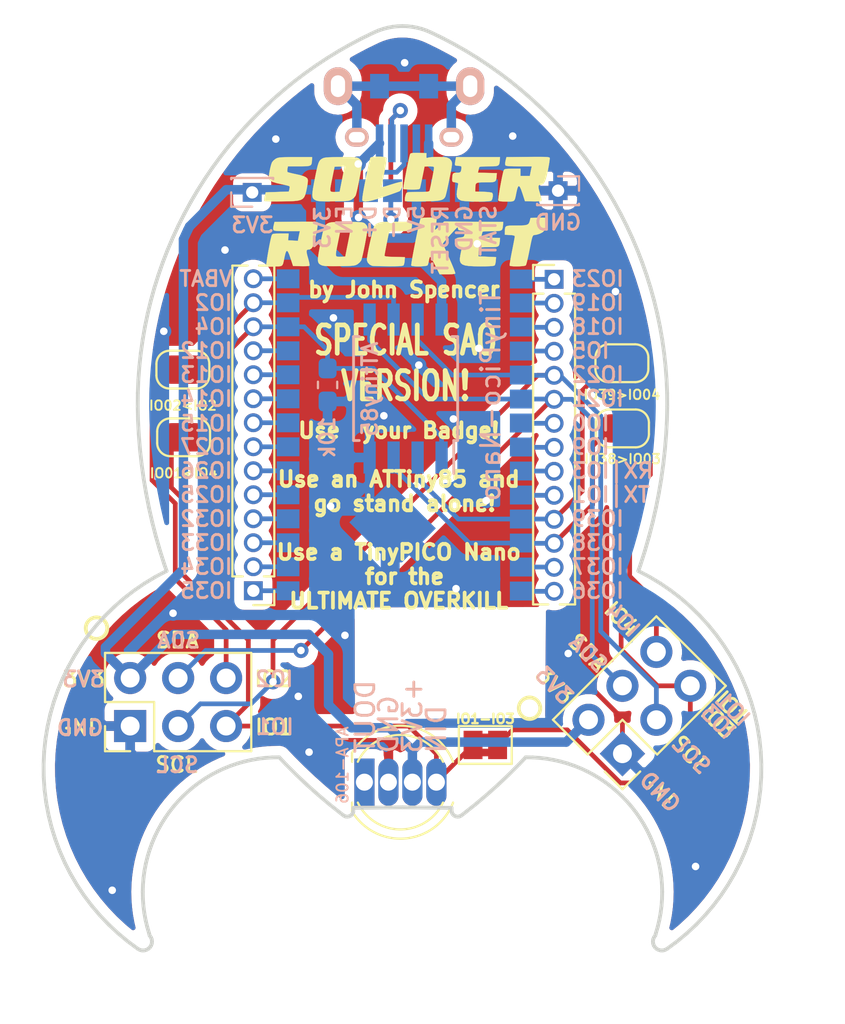
<source format=kicad_pcb>
(kicad_pcb (version 20171130) (host pcbnew "(5.1.6)-1")
  (layers (0 F.Cu signal) (31 B.Cu signal) (34 B.Paste user) (35 F.Paste user) (36 B.SilkS user) (37 F.SilkS user) (38 B.Mask user) (39 F.Mask user) (44 Edge.Cuts user))
  (net 0 "")
  (net 1 /IO01)
  (net 2 +3V3)
  (net 3 GND)
  (net 4 "Net-(D1-Pad1)")
  (net 5 +5V)
  (net 6 "Net-(J1-Pad6)")
  (net 7 /D-)
  (net 8 "Net-(J1-Pad4)")
  (net 9 /D+)
  (net 10 "Net-(J2-Pad14)")
  (net 11 /IO2)
  (net 12 /IO4)
  (net 13 "Net-(J2-Pad11)")
  (net 14 "Net-(J2-Pad10)")
  (net 15 "Net-(J2-Pad9)")
  (net 16 "Net-(J2-Pad8)")
  (net 17 "Net-(J2-Pad7)")
  (net 18 "Net-(J2-Pad6)")
  (net 19 "Net-(J2-Pad5)")
  (net 20 "Net-(J2-Pad4)")
  (net 21 "Net-(J2-Pad3)")
  (net 22 "Net-(J2-Pad2)")
  (net 23 "Net-(J2-Pad1)")
  (net 24 "Net-(J3-Pad14)")
  (net 25 "Net-(J3-Pad13)")
  (net 26 /IO38)
  (net 27 /IO39)
  (net 28 "Net-(J3-Pad10)")
  (net 29 "Net-(J3-Pad9)")
  (net 30 "Net-(J3-Pad8)")
  (net 31 "Net-(J3-Pad7)")
  (net 32 "Net-(J3-Pad4)")
  (net 33 "Net-(J3-Pad3)")
  (net 34 "Net-(J3-Pad2)")
  (net 35 "Net-(J3-Pad1)")
  (net 36 /IO03)
  (net 37 /IO04)
  (net 38 /IO02)
  (net 39 "Net-(U3-Pad16)")
  (net 40 "Net-(U3-Pad20)")
  (net 41 "Net-(U3-Pad22)")
  (net 42 /MOSI)
  (net 43 /SCK)
  (module Connector_PinHeader_1.27mm:PinHeader_1x01_P1.27mm_Vertical (layer B.Cu) (at 121.24 66.67 180)
    (fp_text reference J6 hide)
    (fp_text value GND (at 0 -1.68) (layer B.SilkS) (effects (font (size 0.8 0.8)) (justify mirror)))
    (pad 1 thru_hole rect (at 0 0 180) (size 1 1) (drill 0.65) (layers *.Cu *.Mask) (net 3 GND))
  )
  (module Connector_PinHeader_1.27mm:PinHeader_1x01_P1.27mm_Vertical (layer B.Cu) (at 105.05 66.76)
    (fp_text reference J5 hide)
    (fp_text value 3V3 (at 0.01 1.73) (layer B.SilkS) (effects (font (size 0.8 0.8)) (justify mirror)))
    (pad 1 thru_hole rect (at 0 0) (size 1 1) (drill 0.65) (layers *.Cu *.Mask) (net 2 +3V3))
  )
  (module Package_SO:SOIJ-8_5.3x5.3mm_P1.27mm (layer B.Cu) (at 113.17 77.14 90)
    (fp_text reference U4 hide)
    (fp_text value ATtiny85 (at -0.03 -1.89 90) (layer B.SilkS) (effects (font (size 0.8 0.8)) (justify mirror)))
    (pad 8 smd rect (at 3.65 1.905 90) (size 1.7 0.65) (layers B.Cu B.Paste B.Mask) (net 2 +3V3))
    (pad 7 smd rect (at 3.65 0.635 90) (size 1.7 0.65) (layers B.Cu B.Paste B.Mask) (net 43 /SCK))
    (pad 6 smd rect (at 3.65 -0.635 90) (size 1.7 0.65) (layers B.Cu B.Paste B.Mask) (net 11 /IO2))
    (pad 5 smd rect (at 3.65 -1.905 90) (size 1.7 0.65) (layers B.Cu B.Paste B.Mask) (net 42 /MOSI))
    (pad 4 smd rect (at -3.65 -1.905 90) (size 1.7 0.65) (layers B.Cu B.Paste B.Mask) (net 3 GND))
    (pad 3 smd rect (at -3.65 -0.635 90) (size 1.7 0.65) (layers B.Cu B.Paste B.Mask) (net 26 /IO38))
    (pad 2 smd rect (at -3.65 0.635 90) (size 1.7 0.65) (layers B.Cu B.Paste B.Mask) (net 27 /IO39))
    (pad 1 smd rect (at -3.65 1.905 90) (size 1.7 0.65) (layers B.Cu B.Paste B.Mask) (net 12 /IO4))
  )
  (module Resistor_SMD:R_0603_1608Metric_Pad1.05x0.95mm_HandSolder (layer B.Cu) (at 109.04 76.95 270)
    (fp_text reference R1 hide)
    (fp_text value 10k (at 2.77 0.02 90) (layer B.SilkS) (effects (font (size 0.8 0.8)) (justify mirror)))
    (pad 2 smd roundrect (at 0.875 0 270) (size 1.05 0.95) (layers B.Cu B.Paste B.Mask) (net 3 GND))
    (pad 1 smd roundrect (at -0.875 0 270) (size 1.05 0.95) (layers B.Cu B.Paste B.Mask) (net 12 /IO4))
  )
  (module Connector_PinHeader_1.27mm:PinHeader_1x14_P1.27mm_Vertical (layer F.Cu) (at 105.11 87.84 180)
    (fp_text reference J2 hide)
    (fp_text value Conn_01x14)
    (pad 14 thru_hole oval (at 0 16.51 180) (size 1 1) (drill 0.65) (layers *.Cu *.Mask) (net 10 "Net-(J2-Pad14)"))
    (pad 13 thru_hole oval (at 0 15.24 180) (size 1 1) (drill 0.65) (layers *.Cu *.Mask) (net 11 /IO2))
    (pad 12 thru_hole oval (at 0 13.97 180) (size 1 1) (drill 0.65) (layers *.Cu *.Mask) (net 12 /IO4))
    (pad 11 thru_hole oval (at 0 12.7 180) (size 1 1) (drill 0.65) (layers *.Cu *.Mask) (net 13 "Net-(J2-Pad11)"))
    (pad 10 thru_hole oval (at 0 11.43 180) (size 1 1) (drill 0.65) (layers *.Cu *.Mask) (net 14 "Net-(J2-Pad10)"))
    (pad 9 thru_hole oval (at 0 10.16 180) (size 1 1) (drill 0.65) (layers *.Cu *.Mask) (net 15 "Net-(J2-Pad9)"))
    (pad 8 thru_hole oval (at 0 8.89 180) (size 1 1) (drill 0.65) (layers *.Cu *.Mask) (net 16 "Net-(J2-Pad8)"))
    (pad 7 thru_hole oval (at 0 7.62 180) (size 1 1) (drill 0.65) (layers *.Cu *.Mask) (net 17 "Net-(J2-Pad7)"))
    (pad 6 thru_hole oval (at 0 6.35 180) (size 1 1) (drill 0.65) (layers *.Cu *.Mask) (net 18 "Net-(J2-Pad6)"))
    (pad 5 thru_hole oval (at 0 5.08 180) (size 1 1) (drill 0.65) (layers *.Cu *.Mask) (net 19 "Net-(J2-Pad5)"))
    (pad 4 thru_hole oval (at 0 3.81 180) (size 1 1) (drill 0.65) (layers *.Cu *.Mask) (net 20 "Net-(J2-Pad4)"))
    (pad 3 thru_hole oval (at 0 2.54 180) (size 1 1) (drill 0.65) (layers *.Cu *.Mask) (net 21 "Net-(J2-Pad3)"))
    (pad 2 thru_hole oval (at 0 1.27 180) (size 1 1) (drill 0.65) (layers *.Cu *.Mask) (net 22 "Net-(J2-Pad2)"))
    (pad 1 thru_hole rect (at 0 0 180) (size 1 1) (drill 0.65) (layers *.Cu *.Mask) (net 23 "Net-(J2-Pad1)"))
  )
  (module Connector_PinHeader_1.27mm:PinHeader_1x14_P1.27mm_Vertical (layer F.Cu) (at 121.03 71.36)
    (fp_text reference J3 hide)
    (fp_text value Conn_01x14)
    (pad 14 thru_hole oval (at 0 16.51) (size 1 1) (drill 0.65) (layers *.Cu *.Mask) (net 24 "Net-(J3-Pad14)"))
    (pad 13 thru_hole oval (at 0 15.24) (size 1 1) (drill 0.65) (layers *.Cu *.Mask) (net 25 "Net-(J3-Pad13)"))
    (pad 12 thru_hole oval (at 0 13.97) (size 1 1) (drill 0.65) (layers *.Cu *.Mask) (net 26 /IO38))
    (pad 11 thru_hole oval (at 0 12.7) (size 1 1) (drill 0.65) (layers *.Cu *.Mask) (net 27 /IO39))
    (pad 10 thru_hole oval (at 0 11.43) (size 1 1) (drill 0.65) (layers *.Cu *.Mask) (net 28 "Net-(J3-Pad10)"))
    (pad 9 thru_hole oval (at 0 10.16) (size 1 1) (drill 0.65) (layers *.Cu *.Mask) (net 29 "Net-(J3-Pad9)"))
    (pad 8 thru_hole oval (at 0 8.89) (size 1 1) (drill 0.65) (layers *.Cu *.Mask) (net 30 "Net-(J3-Pad8)"))
    (pad 7 thru_hole oval (at 0 7.62) (size 1 1) (drill 0.65) (layers *.Cu *.Mask) (net 31 "Net-(J3-Pad7)"))
    (pad 6 thru_hole oval (at 0 6.35) (size 1 1) (drill 0.65) (layers *.Cu *.Mask) (net 42 /MOSI))
    (pad 5 thru_hole oval (at 0 5.08) (size 1 1) (drill 0.65) (layers *.Cu *.Mask) (net 43 /SCK))
    (pad 4 thru_hole oval (at 0 3.81) (size 1 1) (drill 0.65) (layers *.Cu *.Mask) (net 32 "Net-(J3-Pad4)"))
    (pad 3 thru_hole oval (at 0 2.54) (size 1 1) (drill 0.65) (layers *.Cu *.Mask) (net 33 "Net-(J3-Pad3)"))
    (pad 2 thru_hole oval (at 0 1.27) (size 1 1) (drill 0.65) (layers *.Cu *.Mask) (net 34 "Net-(J3-Pad2)"))
    (pad 1 thru_hole rect (at 0 0) (size 1 1) (drill 0.65) (layers *.Cu *.Mask) (net 35 "Net-(J3-Pad1)"))
  )
  (module libs:TinyPICO_Nano (layer B.Cu) (at 119.39 66.57 270)
    (fp_text reference U3 hide)
    (fp_text value TinyPico-Nano (at 10.96 1.72 90) (layer B.SilkS) (effects (justify mirror)))
    (fp_text user IO35 (at 21.27 15.3 180) (layer B.SilkS) (effects (font (size 0.8 0.8)) (justify left mirror)))
    (fp_text user IO34 (at 20 15.3 180) (layer B.SilkS) (effects (font (size 0.8 0.8)) (justify left mirror)))
    (fp_text user IO33 (at 18.73 15.3 180) (layer B.SilkS) (effects (font (size 0.8 0.8)) (justify left mirror)))
    (fp_text user IO32 (at 17.46 15.3 180) (layer B.SilkS) (effects (font (size 0.8 0.8)) (justify left mirror)))
    (fp_text user IO25 (at 16.19 15.3 180) (layer B.SilkS) (effects (font (size 0.8 0.8)) (justify left mirror)))
    (fp_text user IO26 (at 14.92 15.3 180) (layer B.SilkS) (effects (font (size 0.8 0.8)) (justify left mirror)))
    (fp_text user IO27 (at 13.65 15.3 180) (layer B.SilkS) (effects (font (size 0.8 0.8)) (justify left mirror)))
    (fp_text user IO15 (at 12.42 15.3 180) (layer B.SilkS) (effects (font (size 0.8 0.8)) (justify left mirror)))
    (fp_text user IO14 (at 11.11 15.3 180) (layer B.SilkS) (effects (font (size 0.8 0.8)) (justify left mirror)))
    (fp_text user IO13 (at 9.84 15.3 180) (layer B.SilkS) (effects (font (size 0.8 0.8)) (justify left mirror)))
    (fp_text user IO12 (at 8.57 15.3 180) (layer B.SilkS) (effects (font (size 0.8 0.8)) (justify left mirror)))
    (fp_text user IO4 (at 7.3 15.3 180) (layer B.SilkS) (effects (font (size 0.8 0.8)) (justify left mirror)))
    (fp_text user IO2 (at 6.03 15.3 180) (layer B.SilkS) (effects (font (size 0.8 0.8)) (justify left mirror)))
    (fp_text user 3V3 (at 0.86 10.62 270) (layer B.SilkS) (effects (font (size 0.8 0.8)) (justify left mirror)))
    (fp_text user EN (at 0.78 9.455 270) (layer B.SilkS) (effects (font (size 0.8 0.8)) (justify left mirror)))
    (fp_text user D+ (at 0.78 8.185 270) (layer B.SilkS) (effects (font (size 0.8 0.8)) (justify left mirror)))
    (fp_text user D- (at 0.78 6.915 270) (layer B.SilkS) (effects (font (size 0.8 0.8)) (justify left mirror)))
    (fp_text user 5V (at 0.78 5.645 270) (layer B.SilkS) (effects (font (size 0.8 0.8)) (justify left mirror)))
    (fp_text user RESET (at 0.78 4.375 270) (layer B.SilkS) (effects (font (size 0.8 0.8)) (justify left mirror)))
    (fp_text user GND (at 0.78 3.105 270) (layer B.SilkS) (effects (font (size 0.8 0.8)) (justify left mirror)))
    (fp_text user STAT (at 0.78 1.835 270) (layer B.SilkS) (effects (font (size 0.8 0.8)) (justify left mirror)))
    (fp_text user VBAT (at 4.76 15.3 180) (layer B.SilkS) (effects (font (size 0.8 0.8)) (justify left mirror)))
    (fp_text user IO23 (at 4.76 -2.48 180) (layer B.SilkS) (effects (font (size 0.8 0.8)) (justify right mirror)))
    (fp_text user IO19 (at 6.03 -2.48 180) (layer B.SilkS) (effects (font (size 0.8 0.8)) (justify right mirror)))
    (fp_text user IO18 (at 7.3 -2.48 180) (layer B.SilkS) (effects (font (size 0.8 0.8)) (justify right mirror)))
    (fp_text user IO5 (at 8.57 -2.48 180) (layer B.SilkS) (effects (font (size 0.8 0.8)) (justify right mirror)))
    (fp_text user IO22 (at 9.84 -2.48 180) (layer B.SilkS) (effects (font (size 0.8 0.8)) (justify right mirror)))
    (fp_text user IO21 (at 11.11 -2.48 180) (layer B.SilkS) (effects (font (size 0.8 0.8)) (justify right mirror)))
    (fp_text user IO0 (at 12.41 -2.48 180) (layer B.SilkS) (effects (font (size 0.8 0.8)) (justify right mirror)))
    (fp_text user IO9 (at 13.65 -2.48 180) (layer B.SilkS) (effects (font (size 0.8 0.8)) (justify right mirror)))
    (fp_text user TX|IO1 (at 16.19 -2.48 180) (layer B.SilkS) (effects (font (size 0.8 0.8)) (justify right mirror)))
    (fp_text user RX|IO3 (at 14.92 -2.48 180) (layer B.SilkS) (effects (font (size 0.8 0.8)) (justify right mirror)))
    (fp_text user IO39 (at 17.46 -2.48 180) (layer B.SilkS) (effects (font (size 0.8 0.8)) (justify right mirror)))
    (fp_text user IO38 (at 18.73 -2.48 180) (layer B.SilkS) (effects (font (size 0.8 0.8)) (justify right mirror)))
    (fp_text user IO37 (at 20 -2.48 180) (layer B.SilkS) (effects (font (size 0.8 0.8)) (justify right mirror)))
    (fp_text user IO36 (at 21.27 -2.48 180) (layer B.SilkS) (effects (font (size 0.8 0.8)) (justify right mirror)))
    (pad 21 smd custom (at 17.6784 7.0358 270) (size 2.032 2.032) (layers B.Cu B.Paste B.Mask) (net 3 GND) (options (clearance outline) (anchor rect)) (primitives (gr_poly (pts (xy 2.0916 0.0442) (xy 2.0916 -0.6258) (xy 0.2916 -2.4158) (xy -2.1584 0.0442) (xy -0.0284 2.1642)) (width 0.0001))))
    (pad 23 smd rect (at 4.7752 0.1 270) (size 1 1.2) (layers B.Cu B.Paste B.Mask) (net 35 "Net-(J3-Pad1)"))
    (pad 24 smd rect (at 6.0452 0.1 270) (size 1 1.2) (layers B.Cu B.Paste B.Mask) (net 34 "Net-(J3-Pad2)"))
    (pad 25 smd rect (at 7.3152 0.1 270) (size 1 1.2) (layers B.Cu B.Paste B.Mask) (net 33 "Net-(J3-Pad3)"))
    (pad 26 smd rect (at 8.5852 0.1 270) (size 1 1.2) (layers B.Cu B.Paste B.Mask) (net 32 "Net-(J3-Pad4)"))
    (pad 27 smd rect (at 9.8552 0.1 270) (size 1 1.2) (layers B.Cu B.Paste B.Mask) (net 43 /SCK))
    (pad 28 smd rect (at 11.1252 0.1 270) (size 1 1.2) (layers B.Cu B.Paste B.Mask) (net 42 /MOSI))
    (pad 29 smd rect (at 12.3952 0.1 270) (size 1 1.2) (layers B.Cu B.Paste B.Mask) (net 31 "Net-(J3-Pad7)"))
    (pad 30 smd rect (at 13.6652 0.1 270) (size 1 1.2) (layers B.Cu B.Paste B.Mask) (net 30 "Net-(J3-Pad8)"))
    (pad 31 smd rect (at 14.9352 0.1 270) (size 1 1.2) (layers B.Cu B.Paste B.Mask) (net 29 "Net-(J3-Pad9)"))
    (pad 32 smd rect (at 16.2052 0.1 270) (size 1 1.2) (layers B.Cu B.Paste B.Mask) (net 28 "Net-(J3-Pad10)"))
    (pad 33 smd rect (at 17.4752 0.1 270) (size 1 1.2) (layers B.Cu B.Paste B.Mask) (net 27 /IO39))
    (pad 34 smd rect (at 18.7452 0.1 270) (size 1 1.2) (layers B.Cu B.Paste B.Mask) (net 26 /IO38))
    (pad 35 smd rect (at 20.0152 0.1 270) (size 1 1.2) (layers B.Cu B.Paste B.Mask) (net 25 "Net-(J3-Pad13)"))
    (pad 36 smd rect (at 21.2852 0.1 270) (size 1 1.2) (layers B.Cu B.Paste B.Mask) (net 24 "Net-(J3-Pad14)"))
    (pad 14 smd rect (at 4.7639 12.44 270) (size 1 1.2) (layers B.Cu B.Paste B.Mask) (net 10 "Net-(J2-Pad14)"))
    (pad 13 smd rect (at 6.0339 12.44 270) (size 1 1.2) (layers B.Cu B.Paste B.Mask) (net 11 /IO2))
    (pad 12 smd rect (at 7.3039 12.44 270) (size 1 1.2) (layers B.Cu B.Paste B.Mask) (net 12 /IO4))
    (pad 11 smd rect (at 8.5739 12.44 270) (size 1 1.2) (layers B.Cu B.Paste B.Mask) (net 13 "Net-(J2-Pad11)"))
    (pad 10 smd rect (at 9.8439 12.44 270) (size 1 1.2) (layers B.Cu B.Paste B.Mask) (net 14 "Net-(J2-Pad10)"))
    (pad 9 smd rect (at 11.1139 12.44 270) (size 1 1.2) (layers B.Cu B.Paste B.Mask) (net 15 "Net-(J2-Pad9)"))
    (pad 8 smd rect (at 12.3839 12.44 270) (size 1 1.2) (layers B.Cu B.Paste B.Mask) (net 16 "Net-(J2-Pad8)"))
    (pad 7 smd rect (at 13.6539 12.44 270) (size 1 1.2) (layers B.Cu B.Paste B.Mask) (net 17 "Net-(J2-Pad7)"))
    (pad 6 smd rect (at 14.9239 12.44 270) (size 1 1.2) (layers B.Cu B.Paste B.Mask) (net 18 "Net-(J2-Pad6)"))
    (pad 5 smd rect (at 16.1939 12.44 270) (size 1 1.2) (layers B.Cu B.Paste B.Mask) (net 19 "Net-(J2-Pad5)"))
    (pad 4 smd rect (at 17.4639 12.44 270) (size 1 1.2) (layers B.Cu B.Paste B.Mask) (net 20 "Net-(J2-Pad4)"))
    (pad 3 smd rect (at 18.7339 12.44 270) (size 1 1.2) (layers B.Cu B.Paste B.Mask) (net 21 "Net-(J2-Pad3)"))
    (pad 2 smd rect (at 20.0039 12.44 270) (size 1 1.2) (layers B.Cu B.Paste B.Mask) (net 22 "Net-(J2-Pad2)"))
    (pad 1 smd rect (at 21.2739 12.44 270) (size 1 1.2) (layers B.Cu B.Paste B.Mask) (net 23 "Net-(J2-Pad1)"))
    (pad 15 smd rect (at 0.1 10.725 270) (size 1.2 1) (layers B.Cu B.Paste B.Mask) (net 2 +3V3))
    (pad 16 smd rect (at 0.1 9.455 270) (size 1.2 1) (layers B.Cu B.Paste B.Mask) (net 39 "Net-(U3-Pad16)"))
    (pad 17 smd rect (at 0.1 8.185 270) (size 1.2 1) (layers B.Cu B.Paste B.Mask) (net 9 /D+))
    (pad 18 smd rect (at 0.1 6.915 270) (size 1.2 1) (layers B.Cu B.Paste B.Mask) (net 7 /D-))
    (pad 19 smd rect (at 0.1 5.645 270) (size 1.2 1) (layers B.Cu B.Paste B.Mask) (net 5 +5V))
    (pad 20 smd rect (at 0.1 4.375 270) (size 1.2 1) (layers B.Cu B.Paste B.Mask) (net 40 "Net-(U3-Pad20)"))
    (pad 21 smd rect (at 0.1 3.105 270) (size 1.2 1) (layers B.Cu B.Paste B.Mask) (net 3 GND))
    (pad 22 smd rect (at 0.1 1.835 270) (size 1.2 1) (layers B.Cu B.Paste B.Mask) (net 41 "Net-(U3-Pad22)"))
  )
  (module libs:solder-rocket-small (layer F.Cu) (at 113.28 67.88)
    (fp_text reference J4 hide)
    (fp_text value Solder_Rocket hide)
  )
  (module Jumper:SolderJumper-2_P1.3mm_Bridged2Bar_Pad1.0x1.5mm (layer F.Cu) (at 117.39 96)
    (fp_text reference JP5 hide)
    (fp_text value IO1-IO3 (at 0 -1.38) (layer F.SilkS) (effects (font (size 0.5 0.5) (thickness 0.125))))
    (fp_poly (pts (xy -0.25 0.2) (xy 0.25 0.2) (xy 0.25 0.6) (xy -0.25 0.6)) (layer F.Cu) (width 0))
    (fp_poly (pts (xy -0.25 -0.6) (xy 0.25 -0.6) (xy 0.25 -0.2) (xy -0.25 -0.2)) (layer F.Cu) (width 0))
    (pad 2 smd rect (at 0.65 0) (size 1 1.5) (layers F.Cu F.Mask) (net 36 /IO03))
    (pad 1 smd rect (at -0.65 0) (size 1 1.5) (layers F.Cu F.Mask) (net 1 /IO01))
  )
  (module libs:SAO_Connector (layer F.Cu) (at 98.53 95.02 90)
    (fp_text reference U2 hide)
    (fp_text value SAO_Connector hide)
    (fp_text user IO2 (at 2.51 7.64 180) (layer F.SilkS) (effects (font (size 0.8 0.8))))
    (fp_text user IO1 (at -0.04 7.68 180) (layer F.SilkS) (effects (font (size 0.8 0.8))))
    (fp_text user SCL (at -2.03 2.51 180) (layer F.SilkS) (effects (font (size 0.8 0.8))))
    (fp_text user SDA (at 4.56 2.56 180) (layer F.SilkS) (effects (font (size 0.8 0.8))))
    (fp_text user GND (at -0.07 -2.59 180) (layer F.SilkS) (effects (font (size 0.8 0.8))))
    (fp_text user 3V3 (at 2.5 -2.38) (layer F.SilkS) (effects (font (size 0.8 0.8))))
    (fp_text user GND (at -0.08 -2.59 180) (layer B.SilkS) (effects (font (size 0.8 0.8)) (justify mirror)))
    (fp_text user 3V3 (at 2.5 -2.41 180) (layer B.SilkS) (effects (font (size 0.8 0.8)) (justify mirror)))
    (fp_text user SDA (at 4.55 2.63 180) (layer B.SilkS) (effects (font (size 0.8 0.8)) (justify mirror)))
    (fp_text user SCL (at -2.04 2.57 180) (layer B.SilkS) (effects (font (size 0.8 0.8)) (justify mirror)))
    (fp_text user IO1 (at -0.02 7.72 180) (layer B.SilkS) (effects (font (size 0.8 0.8)) (justify mirror)))
    (fp_text user IO2 (at 2.51 7.69 180) (layer B.SilkS) (effects (font (size 0.8 0.8)) (justify mirror)))
    (pad 6 thru_hole oval (at 2.56 5.14 90) (size 1.7 1.7) (drill 1) (layers *.Cu *.Mask) (net 38 /IO02))
    (pad 5 thru_hole oval (at 0.02 5.14 90) (size 1.7 1.7) (drill 1) (layers *.Cu *.Mask) (net 1 /IO01))
    (pad 4 thru_hole oval (at 2.56 2.6 90) (size 1.7 1.7) (drill 1) (layers *.Cu *.Mask) (net 42 /MOSI))
    (pad 3 thru_hole oval (at 0.02 2.6 90) (size 1.7 1.7) (drill 1) (layers *.Cu *.Mask) (net 43 /SCK))
    (pad 2 thru_hole oval (at 2.56 0.06 90) (size 1.7 1.7) (drill 1) (layers *.Cu *.Mask) (net 2 +3V3))
    (pad 1 thru_hole rect (at 0.02 0.06 90) (size 1.7 1.7) (drill 1) (layers *.Cu *.Mask) (net 3 GND))
  )
  (module libs:SAO_Connector (layer F.Cu) (at 124.62 96.52 135)
    (fp_text reference U1 hide)
    (fp_text value SAO_Connector hide)
    (fp_text user IO1 (at -2.38295 5.861915 135) (layer F.SilkS) (effects (font (size 0.8 0.8))))
    (fp_text user IO4 (at 5.09824 5.069956 135) (layer F.SilkS) (effects (font (size 0.8 0.8))))
    (fp_text user SCL (at -2.545584 2.588011 135) (layer F.SilkS) (effects (font (size 0.8 0.8))))
    (fp_text user SDA (at 5.112382 2.538513 135) (layer F.SilkS) (effects (font (size 0.8 0.8))))
    (fp_text user GND (at -2.814285 0.028284 135) (layer F.SilkS) (effects (font (size 0.8 0.8))))
    (fp_text user 3V3 (at 5.09824 0.049497 135) (layer F.SilkS) (effects (font (size 0.8 0.8))))
    (fp_text user 3V3 (at 5.140666 0.049497 135) (layer B.SilkS) (effects (font (size 0.8 0.8)) (justify mirror)))
    (fp_text user GND (at -2.814285 0.028284 135) (layer B.SilkS) (effects (font (size 0.8 0.8)) (justify mirror)))
    (fp_text user SDA (at 5.041671 2.538513 135) (layer B.SilkS) (effects (font (size 0.8 0.8)) (justify mirror)))
    (fp_text user SCL (at -2.630437 2.588011 135) (layer B.SilkS) (effects (font (size 0.8 0.8)) (justify mirror)))
    (fp_text user IO4 (at 5.027529 5.069956 135) (layer B.SilkS) (effects (font (size 0.8 0.8)) (justify mirror)))
    (fp_text user IO1 (at -2.418305 5.854844 135) (layer B.SilkS) (effects (font (size 0.8 0.8)) (justify mirror)))
    (pad 6 thru_hole oval (at 2.56 5.14 135) (size 1.7 1.7) (drill 1) (layers *.Cu *.Mask) (net 37 /IO04))
    (pad 5 thru_hole oval (at 0.02 5.14 135) (size 1.7 1.7) (drill 1) (layers *.Cu *.Mask) (net 36 /IO03))
    (pad 4 thru_hole oval (at 2.56 2.6 135) (size 1.7 1.7) (drill 1) (layers *.Cu *.Mask) (net 42 /MOSI))
    (pad 3 thru_hole oval (at 0.02 2.6 135) (size 1.7 1.7) (drill 1) (layers *.Cu *.Mask) (net 43 /SCK))
    (pad 2 thru_hole oval (at 2.56 0.06 135) (size 1.7 1.7) (drill 1) (layers *.Cu *.Mask) (net 2 +3V3))
    (pad 1 thru_hole rect (at 0.02 0.06 135) (size 1.7 1.7) (drill 1) (layers *.Cu *.Mask) (net 3 GND))
  )
  (module LED_THT:LED_D5.0mm-4_RGB (layer F.Cu) (at 110.99 97.97)
    (fp_text reference D1 hide)
    (fp_text value APA-106 (at -1.16 -0.9 90) (layer B.SilkS) (effects (font (size 0.6 0.6) (thickness 0.1)) (justify mirror)))
    (fp_text user DOUT (at 0.04 -1.44 90) (layer B.SilkS) (effects (justify right mirror)))
    (fp_text user DIN (at 3.81 -1.44 90) (layer B.SilkS) (effects (justify right mirror)))
    (fp_text user +3V3 (at 2.54 -1.44 90) (layer B.SilkS) (effects (justify right mirror)))
    (fp_text user GND (at 1.27 -1.44 90) (layer B.SilkS) (effects (justify right mirror)))
    (pad 4 thru_hole oval (at 3.81 0) (size 1.07 2.5) (drill 0.9) (layers *.Cu *.Mask) (net 1 /IO01))
    (pad 3 thru_hole oval (at 2.54 0) (size 1.07 2.5) (drill 0.9) (layers *.Cu *.Mask) (net 2 +3V3))
    (pad 2 thru_hole oval (at 1.27 0) (size 1.07 2.5) (drill 0.9) (layers *.Cu *.Mask) (net 3 GND))
    (pad 1 thru_hole rect (at 0 0) (size 1.07 2.5) (drill 0.9) (layers *.Cu *.Mask) (net 4 "Net-(D1-Pad1)"))
  )
  (module Jumper:SolderJumper-2_P1.3mm_Open_RoundedPad1.0x1.5mm (layer F.Cu) (at 101.38 76.14)
    (fp_text reference JP4 hide)
    (fp_text value IO02<IO2 (at 0 1.9) (layer F.SilkS) (effects (font (size 0.5 0.5) (thickness 0.1))))
    (pad 2 smd custom (at 0.65 0) (size 1 0.5) (layers F.Cu F.Mask) (net 11 /IO2) (options (clearance outline) (anchor rect)) (primitives (gr_circle (center 0 0.25) (end 0.5 0.25) (width 0)) (gr_circle (center 0 -0.25) (end 0.5 -0.25) (width 0)) (gr_poly (pts (xy 0 -0.75) (xy -0.5 -0.75) (xy -0.5 0.75) (xy 0 0.75)) (width 0))))
    (pad 1 smd custom (at -0.65 0) (size 1 0.5) (layers F.Cu F.Mask) (net 38 /IO02) (options (clearance outline) (anchor rect)) (primitives (gr_circle (center 0 0.25) (end 0.5 0.25) (width 0)) (gr_circle (center 0 -0.25) (end 0.5 -0.25) (width 0)) (gr_poly (pts (xy 0 -0.75) (xy 0.5 -0.75) (xy 0.5 0.75) (xy 0 0.75)) (width 0))))
  )
  (module Jumper:SolderJumper-2_P1.3mm_Open_RoundedPad1.0x1.5mm (layer F.Cu) (at 101.42 79.72)
    (fp_text reference JP3 hide)
    (fp_text value IO01<IO4 (at 0 1.9) (layer F.SilkS) (effects (font (size 0.5 0.5) (thickness 0.1))))
    (pad 2 smd custom (at 0.65 0) (size 1 0.5) (layers F.Cu F.Mask) (net 12 /IO4) (options (clearance outline) (anchor rect)) (primitives (gr_circle (center 0 0.25) (end 0.5 0.25) (width 0)) (gr_circle (center 0 -0.25) (end 0.5 -0.25) (width 0)) (gr_poly (pts (xy 0 -0.75) (xy -0.5 -0.75) (xy -0.5 0.75) (xy 0 0.75)) (width 0))))
    (pad 1 smd custom (at -0.65 0) (size 1 0.5) (layers F.Cu F.Mask) (net 1 /IO01) (options (clearance outline) (anchor rect)) (primitives (gr_circle (center 0 0.25) (end 0.5 0.25) (width 0)) (gr_circle (center 0 -0.25) (end 0.5 -0.25) (width 0)) (gr_poly (pts (xy 0 -0.75) (xy 0.5 -0.75) (xy 0.5 0.75) (xy 0 0.75)) (width 0))))
  )
  (module Jumper:SolderJumper-2_P1.3mm_Open_RoundedPad1.0x1.5mm (layer F.Cu) (at 124.62 75.8 180)
    (fp_text reference JP2 hide)
    (fp_text value IO39>IO04 (at 0 -1.67) (layer F.SilkS) (effects (font (size 0.5 0.5) (thickness 0.1))))
    (pad 2 smd custom (at 0.65 0 180) (size 1 0.5) (layers F.Cu F.Mask) (net 27 /IO39) (options (clearance outline) (anchor rect)) (primitives (gr_circle (center 0 0.25) (end 0.5 0.25) (width 0)) (gr_circle (center 0 -0.25) (end 0.5 -0.25) (width 0)) (gr_poly (pts (xy 0 -0.75) (xy -0.5 -0.75) (xy -0.5 0.75) (xy 0 0.75)) (width 0))))
    (pad 1 smd custom (at -0.65 0 180) (size 1 0.5) (layers F.Cu F.Mask) (net 37 /IO04) (options (clearance outline) (anchor rect)) (primitives (gr_circle (center 0 0.25) (end 0.5 0.25) (width 0)) (gr_circle (center 0 -0.25) (end 0.5 -0.25) (width 0)) (gr_poly (pts (xy 0 -0.75) (xy 0.5 -0.75) (xy 0.5 0.75) (xy 0 0.75)) (width 0))))
  )
  (module Jumper:SolderJumper-2_P1.3mm_Open_RoundedPad1.0x1.5mm (layer F.Cu) (at 124.65 79.25 180)
    (fp_text reference JP1 hide)
    (fp_text value IO38>IO03 (at 0 -1.62) (layer F.SilkS) (effects (font (size 0.5 0.5) (thickness 0.1))))
    (pad 2 smd custom (at 0.65 0 180) (size 1 0.5) (layers F.Cu F.Mask) (net 26 /IO38) (options (clearance outline) (anchor rect)) (primitives (gr_circle (center 0 0.25) (end 0.5 0.25) (width 0)) (gr_circle (center 0 -0.25) (end 0.5 -0.25) (width 0)) (gr_poly (pts (xy 0 -0.75) (xy -0.5 -0.75) (xy -0.5 0.75) (xy 0 0.75)) (width 0))))
    (pad 1 smd custom (at -0.65 0 180) (size 1 0.5) (layers F.Cu F.Mask) (net 36 /IO03) (options (clearance outline) (anchor rect)) (primitives (gr_circle (center 0 0.25) (end 0.5 0.25) (width 0)) (gr_circle (center 0 -0.25) (end 0.5 -0.25) (width 0)) (gr_poly (pts (xy 0 -0.75) (xy 0.5 -0.75) (xy 0.5 0.75) (xy 0 0.75)) (width 0))))
  )
  (module libs:USB-MICRO-5pin_PTHMOUNT-Amphenol.10118194-0001LF (layer B.Cu) (at 113.09 63.84 270)
    (fp_text reference J1)
    (fp_text value USB_B_Micro hide)
    (pad 1 smd rect (at 0.325 1.3 270) (size 2 0.4) (layers B.Cu B.Paste B.Mask) (net 5 +5V))
    (pad 6 thru_hole oval (at 0 -2.5 270) (size 1 1.25) (drill oval 0.55 0.85) (layers *.Cu *.Mask B.SilkS) (net 6 "Net-(J1-Pad6)"))
    (pad 2 smd rect (at 0.325 0.65 270) (size 2 0.4) (layers B.Cu B.Paste B.Mask) (net 7 /D-))
    (pad 4 smd rect (at 0.325 -0.65 270) (size 2 0.4) (layers B.Cu B.Paste B.Mask) (net 8 "Net-(J1-Pad4)"))
    (pad 3 smd rect (at 0.325 0 270) (size 2 0.4) (layers B.Cu B.Paste B.Mask) (net 9 /D+))
    (pad 5 smd rect (at 0.325 -1.3 270) (size 2 0.4) (layers B.Cu B.Paste B.Mask) (net 3 GND))
    (pad 6 smd rect (at -2.7 1.3 270) (size 1.3 1) (layers B.Cu B.Paste B.Mask) (net 6 "Net-(J1-Pad6)"))
    (pad 6 smd rect (at -2.7 -1.3 270) (size 1.3 1) (layers B.Cu B.Paste B.Mask) (net 6 "Net-(J1-Pad6)"))
    (pad 6 thru_hole oval (at 0 2.5 270) (size 1 1.25) (drill oval 0.55 0.85) (layers *.Cu *.Mask B.SilkS) (net 6 "Net-(J1-Pad6)"))
    (pad 6 thru_hole oval (at -2.7 -3.5 270) (size 2 1.5) (drill oval 1.15 0.75) (layers *.Cu *.Mask B.SilkS) (net 6 "Net-(J1-Pad6)"))
    (pad 6 thru_hole oval (at -2.7 3.5 270) (size 2 1.5) (drill oval 1.15 0.75) (layers *.Cu *.Mask B.SilkS) (net 6 "Net-(J1-Pad6)"))
  )
  (gr_text IO3 (at 129.71 94.78 315) (layer B.SilkS) (effects (font (size 0.8 0.8)) (justify mirror)))
  (gr_text "Use  your Badge!\n\nUse an ATTiny85 and\n go stand alone!\n\nUse a TinyPICO Nano\n for the\nULTIMATE OVERKILL" (at 112.81 83.87) (layer F.SilkS) (effects (font (size 0.8 0.8) (thickness 0.2))))
  (gr_text "SPECIAL SAO\nVERSION!" (at 113.17 75.8) (layer F.SilkS) (effects (font (size 1.5 1) (thickness 0.25))))
  (gr_text "by John Spencer" (at 113.08 71.91) (layer F.SilkS) (effects (font (size 0.8 0.8) (thickness 0.2))))
  (gr_text IO3 (at 129.71 94.78 315) (layer F.SilkS) (effects (font (size 0.8 0.8))))
  (gr_line (start 126.426 83.438) (end 126.253 84.1997) (layer Edge.Cuts) (width 0.2))
  (gr_line (start 126.813 81.1278) (end 126.706 81.9014) (layer Edge.Cuts) (width 0.2))
  (gr_line (start 126.577 82.6717) (end 126.426 83.438) (layer Edge.Cuts) (width 0.2))
  (gr_line (start 130.983 92.4723) (end 131.241 93.0928) (layer Edge.Cuts) (width 0.2))
  (gr_line (start 132.003 97.0306) (end 131.995 97.7023) (layer Edge.Cuts) (width 0.2))
  (gr_line (start 129.451 104.5093) (end 129.016 105.0213) (layer Edge.Cuts) (width 0.2))
  (gr_line (start 131.901 95.6915) (end 131.971 96.3596) (layer Edge.Cuts) (width 0.2))
  (gr_line (start 125.489 86.7932) (end 126.084 87.1059) (layer Edge.Cuts) (width 0.2))
  (gr_line (start 126.706 81.9014) (end 126.577 82.6717) (layer Edge.Cuts) (width 0.2))
  (gr_line (start 130.363 91.2811) (end 130.69 91.8678) (layer Edge.Cuts) (width 0.2))
  (gr_line (start 131.58 100.3514) (end 131.382 100.9932) (layer Edge.Cuts) (width 0.2))
  (gr_line (start 131.793 95.0286) (end 131.901 95.6915) (layer Edge.Cuts) (width 0.2))
  (gr_line (start 130.002 90.7144) (end 130.363 91.2811) (layer Edge.Cuts) (width 0.2))
  (gr_line (start 125.162 69.1577) (end 125.438 69.8085) (layer Edge.Cuts) (width 0.2))
  (gr_line (start 126.253 84.1997) (end 126.059 84.9563) (layer Edge.Cuts) (width 0.2))
  (gr_line (start 127.745 88.2422) (end 128.253 88.6828) (layer Edge.Cuts) (width 0.2))
  (gr_line (start 131.646 94.3731) (end 131.793 95.0286) (layer Edge.Cuts) (width 0.2))
  (gr_line (start 131.146 101.6224) (end 130.875 102.237) (layer Edge.Cuts) (width 0.2))
  (gr_line (start 130.229 103.4143) (end 129.856 103.9733) (layer Edge.Cuts) (width 0.2))
  (gr_line (start 129.186 89.648) (end 129.61 90.1694) (layer Edge.Cuts) (width 0.2))
  (gr_line (start 128.553 105.5073) (end 128.061 105.9653) (layer Edge.Cuts) (width 0.2))
  (gr_line (start 127.545 106.3943) (end 127.004 106.7933) (layer Edge.Cuts) (width 0.2))
  (gr_line (start 125.844 85.7071) (end 125.608 86.4516) (layer Edge.Cuts) (width 0.2))
  (gr_line (start 131.241 93.0928) (end 131.462 93.7271) (layer Edge.Cuts) (width 0.2))
  (gr_line (start 125.438 69.8085) (end 125.692 70.4679) (layer Edge.Cuts) (width 0.2))
  (gr_line (start 130.69 91.8678) (end 130.983 92.4723) (layer Edge.Cuts) (width 0.2))
  (gr_line (start 127.004 78.7932) (end 126.962 79.5731) (layer Edge.Cuts) (width 0.2))
  (gr_line (start 125.925 71.1353) (end 126.136 71.8099) (layer Edge.Cuts) (width 0.2))
  (gr_line (start 126.136 71.8099) (end 126.325 72.491) (layer Edge.Cuts) (width 0.2))
  (gr_line (start 128.733 89.1519) (end 129.186 89.648) (layer Edge.Cuts) (width 0.2))
  (gr_line (start 129.016 105.0213) (end 128.553 105.5073) (layer Edge.Cuts) (width 0.2))
  (gr_line (start 126.325 72.491) (end 126.491 73.1779) (layer Edge.Cuts) (width 0.2))
  (gr_line (start 126.491 73.1779) (end 126.635 73.8699) (layer Edge.Cuts) (width 0.2))
  (gr_line (start 126.635 73.8699) (end 126.757 74.5662) (layer Edge.Cuts) (width 0.2))
  (gr_line (start 130.875 102.237) (end 130.569 102.8353) (layer Edge.Cuts) (width 0.2))
  (gr_line (start 126.084 87.1059) (end 126.659 87.4525) (layer Edge.Cuts) (width 0.2))
  (gr_line (start 128.253 88.6828) (end 128.733 89.1519) (layer Edge.Cuts) (width 0.2))
  (gr_line (start 131.971 96.3596) (end 132.003 97.0306) (layer Edge.Cuts) (width 0.2))
  (gr_line (start 126.791 106.8743) (end 126.676 106.8743) (layer Edge.Cuts) (width 0.2))
  (gr_line (start 130.569 102.8353) (end 130.229 103.4143) (layer Edge.Cuts) (width 0.2))
  (gr_line (start 131.949 98.3725) (end 131.864 99.0389) (layer Edge.Cuts) (width 0.2))
  (gr_line (start 126.757 74.5662) (end 126.855 75.2661) (layer Edge.Cuts) (width 0.2))
  (gr_line (start 126.059 84.9563) (end 125.844 85.7071) (layer Edge.Cuts) (width 0.2))
  (gr_line (start 126.902 106.8463) (end 126.791 106.8743) (layer Edge.Cuts) (width 0.2))
  (gr_line (start 131.462 93.7271) (end 131.646 94.3731) (layer Edge.Cuts) (width 0.2))
  (gr_line (start 127.014 77.3798) (end 127.02 78.0866) (layer Edge.Cuts) (width 0.2))
  (gr_line (start 126.931 75.9688) (end 126.984 76.6736) (layer Edge.Cuts) (width 0.2))
  (gr_line (start 126.984 76.6736) (end 127.014 77.3798) (layer Edge.Cuts) (width 0.2))
  (gr_line (start 126.962 79.5731) (end 126.899 80.3515) (layer Edge.Cuts) (width 0.2))
  (gr_line (start 126.899 80.3515) (end 126.813 81.1278) (layer Edge.Cuts) (width 0.2))
  (gr_line (start 127.02 78.0866) (end 127.004 78.7932) (layer Edge.Cuts) (width 0.2))
  (gr_line (start 131.741 99.6992) (end 131.58 100.3514) (layer Edge.Cuts) (width 0.2))
  (gr_line (start 131.864 99.0389) (end 131.741 99.6992) (layer Edge.Cuts) (width 0.2))
  (gr_line (start 127.214 87.8316) (end 127.745 88.2422) (layer Edge.Cuts) (width 0.2))
  (gr_line (start 129.856 103.9733) (end 129.451 104.5093) (layer Edge.Cuts) (width 0.2))
  (gr_line (start 126.659 87.4525) (end 127.214 87.8316) (layer Edge.Cuts) (width 0.2))
  (gr_line (start 131.382 100.9932) (end 131.146 101.6224) (layer Edge.Cuts) (width 0.2))
  (gr_line (start 127.004 106.7933) (end 126.902 106.8463) (layer Edge.Cuts) (width 0.2))
  (gr_line (start 129.61 90.1694) (end 130.002 90.7144) (layer Edge.Cuts) (width 0.2))
  (gr_line (start 131.995 97.7023) (end 131.949 98.3725) (layer Edge.Cuts) (width 0.2))
  (gr_line (start 125.692 70.4679) (end 125.925 71.1353) (layer Edge.Cuts) (width 0.2))
  (gr_line (start 125.608 86.4516) (end 125.489 86.7932) (layer Edge.Cuts) (width 0.2))
  (gr_line (start 128.061 105.9653) (end 127.545 106.3943) (layer Edge.Cuts) (width 0.2))
  (gr_line (start 126.855 75.2661) (end 126.931 75.9688) (layer Edge.Cuts) (width 0.2))
  (gr_line (start 126.744 104.1453) (end 126.753 103.7693) (layer Edge.Cuts) (width 0.2))
  (gr_line (start 122.103 97.1053) (end 121.748 96.9832) (layer Edge.Cuts) (width 0.2))
  (gr_line (start 116.091 99.7507) (end 116.055 99.7682) (layer Edge.Cuts) (width 0.2))
  (gr_line (start 126.71 103.0193) (end 126.659 102.6473) (layer Edge.Cuts) (width 0.2))
  (gr_line (start 119.527 96.6544) (end 119.166 97.0358) (layer Edge.Cuts) (width 0.2))
  (gr_line (start 125.771 100.1871) (end 125.572 99.8681) (layer Edge.Cuts) (width 0.2))
  (gr_line (start 121.387 96.88) (end 121.021 96.7959) (layer Edge.Cuts) (width 0.2))
  (gr_line (start 116.018 99.7813) (end 115.98 99.7899) (layer Edge.Cuts) (width 0.2))
  (gr_line (start 115.789 99.7623) (end 115.754 99.7432) (layer Edge.Cuts) (width 0.2))
  (gr_line (start 115.98 99.7899) (end 115.941 99.7938) (layer Edge.Cuts) (width 0.2))
  (gr_line (start 126.321 106.1763) (end 126.388 106.0833) (layer Edge.Cuts) (width 0.2))
  (gr_line (start 118.045 98.1234) (end 117.462 98.643) (layer Edge.Cuts) (width 0.2))
  (gr_line (start 115.754 99.7432) (end 115.722 99.7202) (layer Edge.Cuts) (width 0.2))
  (gr_line (start 126.564 106.8453) (end 126.463 106.7913) (layer Edge.Cuts) (width 0.2))
  (gr_line (start 126.411 105.9883) (end 126.516 105.6273) (layer Edge.Cuts) (width 0.2))
  (gr_line (start 116.253 99.632) (end 116.123 99.7291) (layer Edge.Cuts) (width 0.2))
  (gr_line (start 124.62 98.7092) (end 124.345 98.4527) (layer Edge.Cuts) (width 0.2))
  (gr_line (start 126.602 105.2623) (end 126.669 104.8923) (layer Edge.Cuts) (width 0.2))
  (gr_line (start 123.757 97.9847) (end 123.446 97.7745) (layer Edge.Cuts) (width 0.2))
  (gr_line (start 126.753 103.7693) (end 126.741 103.3943) (layer Edge.Cuts) (width 0.2))
  (gr_line (start 126.262 101.2004) (end 126.116 100.8542) (layer Edge.Cuts) (width 0.2))
  (gr_line (start 125.952 100.5161) (end 125.771 100.1871) (layer Edge.Cuts) (width 0.2))
  (gr_line (start 123.446 97.7745) (end 123.124 97.581) (layer Edge.Cuts) (width 0.2))
  (gr_line (start 122.452 97.2459) (end 122.103 97.1053) (layer Edge.Cuts) (width 0.2))
  (gr_line (start 115.863 99.7873) (end 115.825 99.777) (layer Edge.Cuts) (width 0.2))
  (gr_line (start 115.825 99.777) (end 115.789 99.7623) (layer Edge.Cuts) (width 0.2))
  (gr_line (start 126.463 106.7913) (end 126.377 106.7143) (layer Edge.Cuts) (width 0.2))
  (gr_line (start 126.313 106.6193) (end 126.274 106.5113) (layer Edge.Cuts) (width 0.2))
  (gr_line (start 126.388 106.0833) (end 126.411 105.9883) (layer Edge.Cuts) (width 0.2))
  (gr_line (start 126.516 105.6273) (end 126.602 105.2623) (layer Edge.Cuts) (width 0.2))
  (gr_line (start 116.123 99.7291) (end 116.091 99.7507) (layer Edge.Cuts) (width 0.2))
  (gr_line (start 120.65 96.7311) (end 120.277 96.6858) (layer Edge.Cuts) (width 0.2))
  (gr_line (start 124.057 98.211) (end 123.757 97.9847) (layer Edge.Cuts) (width 0.2))
  (gr_line (start 115.902 99.7929) (end 115.863 99.7873) (layer Edge.Cuts) (width 0.2))
  (gr_line (start 118.613 97.5875) (end 118.045 98.1234) (layer Edge.Cuts) (width 0.2))
  (gr_line (start 126.659 102.6473) (end 126.588 102.2782) (layer Edge.Cuts) (width 0.2))
  (gr_line (start 123.124 97.581) (end 122.792 97.4046) (layer Edge.Cuts) (width 0.2))
  (gr_line (start 116.055 99.7682) (end 116.018 99.7813) (layer Edge.Cuts) (width 0.2))
  (gr_line (start 126.669 104.8923) (end 126.717 104.5193) (layer Edge.Cuts) (width 0.2))
  (gr_line (start 126.116 100.8542) (end 125.952 100.5161) (layer Edge.Cuts) (width 0.2))
  (gr_line (start 116.864 99.146) (end 116.253 99.632) (layer Edge.Cuts) (width 0.2))
  (gr_line (start 125.357 99.56) (end 125.126 99.2636) (layer Edge.Cuts) (width 0.2))
  (gr_line (start 125.572 99.8681) (end 125.357 99.56) (layer Edge.Cuts) (width 0.2))
  (gr_line (start 117.462 98.643) (end 116.864 99.146) (layer Edge.Cuts) (width 0.2))
  (gr_line (start 126.377 106.7143) (end 126.313 106.6193) (layer Edge.Cuts) (width 0.2))
  (gr_line (start 126.278 106.2823) (end 126.321 106.1763) (layer Edge.Cuts) (width 0.2))
  (gr_line (start 124.88 98.9797) (end 124.62 98.7092) (layer Edge.Cuts) (width 0.2))
  (gr_line (start 126.274 106.5113) (end 126.262 106.3963) (layer Edge.Cuts) (width 0.2))
  (gr_line (start 126.588 102.2782) (end 126.498 101.9134) (layer Edge.Cuts) (width 0.2))
  (gr_line (start 119.166 97.0358) (end 118.613 97.5875) (layer Edge.Cuts) (width 0.2))
  (gr_line (start 126.498 101.9134) (end 126.389 101.5538) (layer Edge.Cuts) (width 0.2))
  (gr_line (start 126.389 101.5538) (end 126.262 101.2004) (layer Edge.Cuts) (width 0.2))
  (gr_line (start 122.792 97.4046) (end 122.452 97.2459) (layer Edge.Cuts) (width 0.2))
  (gr_line (start 124.345 98.4527) (end 124.057 98.211) (layer Edge.Cuts) (width 0.2))
  (gr_line (start 126.262 106.3963) (end 126.278 106.2823) (layer Edge.Cuts) (width 0.2))
  (gr_line (start 119.903 96.6602) (end 119.527 96.6544) (layer Edge.Cuts) (width 0.2))
  (gr_line (start 121.748 96.9832) (end 121.387 96.88) (layer Edge.Cuts) (width 0.2))
  (gr_line (start 126.741 103.3943) (end 126.71 103.0193) (layer Edge.Cuts) (width 0.2))
  (gr_line (start 126.676 106.8743) (end 126.564 106.8453) (layer Edge.Cuts) (width 0.2))
  (gr_line (start 120.277 96.6858) (end 119.903 96.6602) (layer Edge.Cuts) (width 0.2))
  (gr_line (start 115.941 99.7938) (end 115.902 99.7929) (layer Edge.Cuts) (width 0.2))
  (gr_line (start 125.126 99.2636) (end 124.88 98.9797) (layer Edge.Cuts) (width 0.2))
  (gr_line (start 121.021 96.7959) (end 120.65 96.7311) (layer Edge.Cuts) (width 0.2))
  (gr_line (start 126.717 104.5193) (end 126.744 104.1453) (layer Edge.Cuts) (width 0.2))
  (gr_line (start 115.722 99.7202) (end 115.694 99.6935) (layer Edge.Cuts) (width 0.2))
  (gr_line (start 115.694 99.6935) (end 115.668 99.6635) (layer Edge.Cuts) (width 0.2))
  (gr_line (start 115.608 99.52) (end 115.604 99.481) (layer Edge.Cuts) (width 0.2))
  (gr_line (start 115.668 99.6635) (end 115.647 99.6306) (layer Edge.Cuts) (width 0.2))
  (gr_line (start 115.647 99.6306) (end 115.629 99.5954) (layer Edge.Cuts) (width 0.2))
  (gr_line (start 115.629 99.5954) (end 115.616 99.5584) (layer Edge.Cuts) (width 0.2))
  (gr_line (start 115.616 99.5584) (end 115.608 99.52) (layer Edge.Cuts) (width 0.2))
  (gr_line (start 115.604 99.481) (end 115.604 99.3292) (layer Edge.Cuts) (width 0.2))
  (gr_line (start 113.004 57.9606) (end 113.262 57.97) (layer Edge.Cuts) (width 0.2))
  (gr_line (start 94.107 95.6915) (end 94.216 95.0286) (layer Edge.Cuts) (width 0.2))
  (gr_line (start 94.216 95.0286) (end 94.362 94.3731) (layer Edge.Cuts) (width 0.2))
  (gr_line (start 94.546 93.7271) (end 94.768 93.0928) (layer Edge.Cuts) (width 0.2))
  (gr_line (start 95.025 92.4723) (end 95.318 91.8678) (layer Edge.Cuts) (width 0.2))
  (gr_line (start 100.519 86.7932) (end 100.4 86.4516) (layer Edge.Cuts) (width 0.2))
  (gr_line (start 99.302 81.9014) (end 99.195 81.1278) (layer Edge.Cuts) (width 0.2))
  (gr_line (start 99.583 83.438) (end 99.432 82.6717) (layer Edge.Cuts) (width 0.2))
  (gr_line (start 96.398 90.1694) (end 96.822 89.648) (layer Edge.Cuts) (width 0.2))
  (gr_line (start 98.794 87.8316) (end 99.349 87.4525) (layer Edge.Cuts) (width 0.2))
  (gr_line (start 99.349 87.4525) (end 99.924 87.1059) (layer Edge.Cuts) (width 0.2))
  (gr_line (start 99.755 84.1997) (end 99.583 83.438) (layer Edge.Cuts) (width 0.2))
  (gr_line (start 99.872 71.8099) (end 100.083 71.1353) (layer Edge.Cuts) (width 0.2))
  (gr_line (start 99.684 72.491) (end 99.872 71.8099) (layer Edge.Cuts) (width 0.2))
  (gr_line (start 99.949 84.9563) (end 99.755 84.1997) (layer Edge.Cuts) (width 0.2))
  (gr_line (start 97.756 88.6828) (end 98.263 88.2422) (layer Edge.Cuts) (width 0.2))
  (gr_line (start 98.988 78.0866) (end 98.995 77.3798) (layer Edge.Cuts) (width 0.2))
  (gr_line (start 99.924 87.1059) (end 100.519 86.7932) (layer Edge.Cuts) (width 0.2))
  (gr_line (start 100.4 86.4516) (end 100.164 85.7071) (layer Edge.Cuts) (width 0.2))
  (gr_line (start 99.004 78.7932) (end 98.988 78.0866) (layer Edge.Cuts) (width 0.2))
  (gr_line (start 100.083 71.1353) (end 100.316 70.4679) (layer Edge.Cuts) (width 0.2))
  (gr_line (start 99.024 76.6736) (end 99.077 75.9688) (layer Edge.Cuts) (width 0.2))
  (gr_line (start 94.862 101.6224) (end 94.627 100.9932) (layer Edge.Cuts) (width 0.2))
  (gr_line (start 94.627 100.9932) (end 94.428 100.3514) (layer Edge.Cuts) (width 0.2))
  (gr_line (start 97.275 89.1519) (end 97.756 88.6828) (layer Edge.Cuts) (width 0.2))
  (gr_line (start 99.517 73.1779) (end 99.684 72.491) (layer Edge.Cuts) (width 0.2))
  (gr_line (start 99.077 75.9688) (end 99.153 75.2661) (layer Edge.Cuts) (width 0.2))
  (gr_line (start 94.428 100.3514) (end 94.267 99.6992) (layer Edge.Cuts) (width 0.2))
  (gr_line (start 94.144 99.0389) (end 94.059 98.3725) (layer Edge.Cuts) (width 0.2))
  (gr_line (start 94.059 98.3725) (end 94.013 97.7023) (layer Edge.Cuts) (width 0.2))
  (gr_line (start 95.318 91.8678) (end 95.645 91.2811) (layer Edge.Cuts) (width 0.2))
  (gr_line (start 100.316 70.4679) (end 100.571 69.8085) (layer Edge.Cuts) (width 0.2))
  (gr_line (start 96.822 89.648) (end 97.275 89.1519) (layer Edge.Cuts) (width 0.2))
  (gr_line (start 99.432 82.6717) (end 99.302 81.9014) (layer Edge.Cuts) (width 0.2))
  (gr_line (start 99.109 80.3515) (end 99.046 79.5731) (layer Edge.Cuts) (width 0.2))
  (gr_line (start 94.362 94.3731) (end 94.546 93.7271) (layer Edge.Cuts) (width 0.2))
  (gr_line (start 99.252 74.5662) (end 99.373 73.8699) (layer Edge.Cuts) (width 0.2))
  (gr_line (start 99.153 75.2661) (end 99.252 74.5662) (layer Edge.Cuts) (width 0.2))
  (gr_line (start 100.164 85.7071) (end 99.949 84.9563) (layer Edge.Cuts) (width 0.2))
  (gr_line (start 95.439 102.8353) (end 95.133 102.237) (layer Edge.Cuts) (width 0.2))
  (gr_line (start 95.133 102.237) (end 94.862 101.6224) (layer Edge.Cuts) (width 0.2))
  (gr_line (start 94.267 99.6992) (end 94.144 99.0389) (layer Edge.Cuts) (width 0.2))
  (gr_line (start 100.571 69.8085) (end 100.846 69.1577) (layer Edge.Cuts) (width 0.2))
  (gr_line (start 94.013 97.7023) (end 94.006 97.0306) (layer Edge.Cuts) (width 0.2))
  (gr_line (start 99.046 79.5731) (end 99.004 78.7932) (layer Edge.Cuts) (width 0.2))
  (gr_line (start 94.006 97.0306) (end 94.037 96.3596) (layer Edge.Cuts) (width 0.2))
  (gr_line (start 96.006 90.7144) (end 96.398 90.1694) (layer Edge.Cuts) (width 0.2))
  (gr_line (start 95.645 91.2811) (end 96.006 90.7144) (layer Edge.Cuts) (width 0.2))
  (gr_line (start 98.995 77.3798) (end 99.024 76.6736) (layer Edge.Cuts) (width 0.2))
  (gr_line (start 98.263 88.2422) (end 98.794 87.8316) (layer Edge.Cuts) (width 0.2))
  (gr_line (start 99.195 81.1278) (end 99.109 80.3515) (layer Edge.Cuts) (width 0.2))
  (gr_line (start 94.768 93.0928) (end 95.025 92.4723) (layer Edge.Cuts) (width 0.2))
  (gr_line (start 99.373 73.8699) (end 99.517 73.1779) (layer Edge.Cuts) (width 0.2))
  (gr_line (start 94.037 96.3596) (end 94.107 95.6915) (layer Edge.Cuts) (width 0.2))
  (gr_line (start 113.772 58.0448) (end 114.022 58.1098) (layer Edge.Cuts) (width 0.2))
  (gr_line (start 115.14 58.6023) (end 115.765 58.932) (layer Edge.Cuts) (width 0.2))
  (gr_line (start 123.076 65.4726) (end 123.473 66.0573) (layer Edge.Cuts) (width 0.2))
  (gr_line (start 117.571 60.0408) (end 118.148 60.449) (layer Edge.Cuts) (width 0.2))
  (gr_line (start 119.261 61.3207) (end 119.796 61.7833) (layer Edge.Cuts) (width 0.2))
  (gr_line (start 124.865 68.5163) (end 125.162 69.1577) (layer Edge.Cuts) (width 0.2))
  (gr_line (start 124.209 67.2641) (end 124.547 67.8848) (layer Edge.Cuts) (width 0.2))
  (gr_line (start 120.818 62.7595) (end 121.304 63.2721) (layer Edge.Cuts) (width 0.2))
  (gr_line (start 122.661 64.9011) (end 123.076 65.4726) (layer Edge.Cuts) (width 0.2))
  (gr_line (start 114.022 58.1098) (end 114.266 58.1927) (layer Edge.Cuts) (width 0.2))
  (gr_line (start 106.213 61.7833) (end 106.747 61.3207) (layer Edge.Cuts) (width 0.2))
  (gr_line (start 111.504 58.2932) (end 111.742 58.1927) (layer Edge.Cuts) (width 0.2))
  (gr_line (start 121.304 63.2721) (end 121.774 63.8002) (layer Edge.Cuts) (width 0.2))
  (gr_line (start 107.86 60.449) (end 108.437 60.0408) (layer Edge.Cuts) (width 0.2))
  (gr_line (start 108.437 60.0408) (end 109.027 59.6516) (layer Edge.Cuts) (width 0.2))
  (gr_line (start 124.547 67.8848) (end 124.865 68.5163) (layer Edge.Cuts) (width 0.2))
  (gr_line (start 111.986 58.1098) (end 112.236 58.0448) (layer Edge.Cuts) (width 0.2))
  (gr_line (start 118.148 60.449) (end 118.712 60.8758) (layer Edge.Cuts) (width 0.2))
  (gr_line (start 112.746 57.97) (end 113.004 57.9606) (layer Edge.Cuts) (width 0.2))
  (gr_line (start 121.774 63.8002) (end 122.226 64.3434) (layer Edge.Cuts) (width 0.2))
  (gr_line (start 113.262 57.97) (end 113.519 57.9981) (layer Edge.Cuts) (width 0.2))
  (gr_line (start 110.243 58.932) (end 110.868 58.6023) (layer Edge.Cuts) (width 0.2))
  (gr_line (start 111.742 58.1927) (end 111.986 58.1098) (layer Edge.Cuts) (width 0.2))
  (gr_line (start 115.765 58.932) (end 116.379 59.2819) (layer Edge.Cuts) (width 0.2))
  (gr_line (start 119.796 61.7833) (end 120.315 62.2631) (layer Edge.Cuts) (width 0.2))
  (gr_line (start 112.49 57.9981) (end 112.746 57.97) (layer Edge.Cuts) (width 0.2))
  (gr_line (start 100.846 69.1577) (end 101.143 68.5163) (layer Edge.Cuts) (width 0.2))
  (gr_line (start 101.143 68.5163) (end 101.461 67.8848) (layer Edge.Cuts) (width 0.2))
  (gr_line (start 101.461 67.8848) (end 101.799 67.2641) (layer Edge.Cuts) (width 0.2))
  (gr_line (start 109.629 59.2819) (end 110.243 58.932) (layer Edge.Cuts) (width 0.2))
  (gr_line (start 101.799 67.2641) (end 102.157 66.6547) (layer Edge.Cuts) (width 0.2))
  (gr_line (start 109.027 59.6516) (end 109.629 59.2819) (layer Edge.Cuts) (width 0.2))
  (gr_line (start 102.157 66.6547) (end 102.535 66.0573) (layer Edge.Cuts) (width 0.2))
  (gr_line (start 110.868 58.6023) (end 111.504 58.2932) (layer Edge.Cuts) (width 0.2))
  (gr_line (start 106.747 61.3207) (end 107.296 60.8758) (layer Edge.Cuts) (width 0.2))
  (gr_line (start 116.379 59.2819) (end 116.981 59.6516) (layer Edge.Cuts) (width 0.2))
  (gr_line (start 114.266 58.1927) (end 114.504 58.2932) (layer Edge.Cuts) (width 0.2))
  (gr_line (start 120.315 62.2631) (end 120.818 62.7595) (layer Edge.Cuts) (width 0.2))
  (gr_line (start 102.535 66.0573) (end 102.932 65.4726) (layer Edge.Cuts) (width 0.2))
  (gr_line (start 102.932 65.4726) (end 103.348 64.9011) (layer Edge.Cuts) (width 0.2))
  (gr_line (start 122.226 64.3434) (end 122.661 64.9011) (layer Edge.Cuts) (width 0.2))
  (gr_line (start 116.981 59.6516) (end 117.571 60.0408) (layer Edge.Cuts) (width 0.2))
  (gr_line (start 123.851 66.6547) (end 124.209 67.2641) (layer Edge.Cuts) (width 0.2))
  (gr_line (start 112.236 58.0448) (end 112.49 57.9981) (layer Edge.Cuts) (width 0.2))
  (gr_line (start 114.504 58.2932) (end 115.14 58.6023) (layer Edge.Cuts) (width 0.2))
  (gr_line (start 118.712 60.8758) (end 119.261 61.3207) (layer Edge.Cuts) (width 0.2))
  (gr_line (start 103.348 64.9011) (end 103.782 64.3434) (layer Edge.Cuts) (width 0.2))
  (gr_line (start 105.694 62.2631) (end 106.213 61.7833) (layer Edge.Cuts) (width 0.2))
  (gr_line (start 103.782 64.3434) (end 104.234 63.8002) (layer Edge.Cuts) (width 0.2))
  (gr_line (start 107.296 60.8758) (end 107.86 60.449) (layer Edge.Cuts) (width 0.2))
  (gr_line (start 113.519 57.9981) (end 113.772 58.0448) (layer Edge.Cuts) (width 0.2))
  (gr_line (start 104.234 63.8002) (end 104.704 63.2721) (layer Edge.Cuts) (width 0.2))
  (gr_line (start 123.473 66.0573) (end 123.851 66.6547) (layer Edge.Cuts) (width 0.2))
  (gr_line (start 105.191 62.7595) (end 105.694 62.2631) (layer Edge.Cuts) (width 0.2))
  (gr_line (start 104.704 63.2721) (end 105.191 62.7595) (layer Edge.Cuts) (width 0.2))
  (gr_line (start 107.395 97.5875) (end 106.842 97.0358) (layer Edge.Cuts) (width 0.2))
  (gr_line (start 99.746 101.2004) (end 99.619 101.5538) (layer Edge.Cuts) (width 0.2))
  (gr_line (start 99.695 106.6193) (end 99.631 106.7143) (layer Edge.Cuts) (width 0.2))
  (gr_line (start 99.35 102.6473) (end 99.299 103.0193) (layer Edge.Cuts) (width 0.2))
  (gr_line (start 99.406 105.2623) (end 99.492 105.6273) (layer Edge.Cuts) (width 0.2))
  (gr_line (start 99.218 106.8743) (end 99.106 106.8463) (layer Edge.Cuts) (width 0.2))
  (gr_line (start 99.62 106.0833) (end 99.687 106.1763) (layer Edge.Cuts) (width 0.2))
  (gr_line (start 99.444 106.8453) (end 99.333 106.8743) (layer Edge.Cuts) (width 0.2))
  (gr_line (start 99.734 106.5113) (end 99.695 106.6193) (layer Edge.Cuts) (width 0.2))
  (gr_line (start 99.004 106.7933) (end 98.463 106.3943) (layer Edge.Cuts) (width 0.2))
  (gr_line (start 106.842 97.0358) (end 106.481 96.6544) (layer Edge.Cuts) (width 0.2))
  (gr_line (start 99.264 104.1453) (end 99.292 104.5193) (layer Edge.Cuts) (width 0.2))
  (gr_line (start 99.619 101.5538) (end 99.51 101.9134) (layer Edge.Cuts) (width 0.2))
  (gr_line (start 106.481 96.6544) (end 106.106 96.6602) (layer Edge.Cuts) (width 0.2))
  (gr_line (start 101.389 98.7092) (end 101.128 98.9797) (layer Edge.Cuts) (width 0.2))
  (gr_line (start 99.687 106.1763) (end 99.73 106.2823) (layer Edge.Cuts) (width 0.2))
  (gr_line (start 99.106 106.8463) (end 99.004 106.7933) (layer Edge.Cuts) (width 0.2))
  (gr_line (start 104.26 96.9832) (end 103.905 97.1053) (layer Edge.Cuts) (width 0.2))
  (gr_line (start 106.106 96.6602) (end 105.731 96.6858) (layer Edge.Cuts) (width 0.2))
  (gr_line (start 103.216 97.4046) (end 102.884 97.581) (layer Edge.Cuts) (width 0.2))
  (gr_line (start 99.333 106.8743) (end 99.218 106.8743) (layer Edge.Cuts) (width 0.2))
  (gr_line (start 105.731 96.6858) (end 105.358 96.7311) (layer Edge.Cuts) (width 0.2))
  (gr_line (start 105.358 96.7311) (end 104.988 96.7959) (layer Edge.Cuts) (width 0.2))
  (gr_line (start 99.292 104.5193) (end 99.339 104.8923) (layer Edge.Cuts) (width 0.2))
  (gr_line (start 102.884 97.581) (end 102.562 97.7745) (layer Edge.Cuts) (width 0.2))
  (gr_line (start 100.882 99.2636) (end 100.651 99.56) (layer Edge.Cuts) (width 0.2))
  (gr_line (start 99.73 106.2823) (end 99.746 106.3963) (layer Edge.Cuts) (width 0.2))
  (gr_line (start 100.238 100.1871) (end 100.056 100.5161) (layer Edge.Cuts) (width 0.2))
  (gr_line (start 100.056 100.5161) (end 99.892 100.8542) (layer Edge.Cuts) (width 0.2))
  (gr_line (start 101.951 98.211) (end 101.663 98.4527) (layer Edge.Cuts) (width 0.2))
  (gr_line (start 101.128 98.9797) (end 100.882 99.2636) (layer Edge.Cuts) (width 0.2))
  (gr_line (start 99.299 103.0193) (end 99.267 103.3943) (layer Edge.Cuts) (width 0.2))
  (gr_line (start 99.492 105.6273) (end 99.598 105.9883) (layer Edge.Cuts) (width 0.2))
  (gr_line (start 100.436 99.8681) (end 100.238 100.1871) (layer Edge.Cuts) (width 0.2))
  (gr_line (start 109.885 99.7291) (end 109.755 99.632) (layer Edge.Cuts) (width 0.2))
  (gr_line (start 109.755 99.632) (end 109.144 99.146) (layer Edge.Cuts) (width 0.2))
  (gr_line (start 102.251 97.9847) (end 101.951 98.211) (layer Edge.Cuts) (width 0.2))
  (gr_line (start 96.557 104.5093) (end 96.152 103.9733) (layer Edge.Cuts) (width 0.2))
  (gr_line (start 109.144 99.146) (end 108.546 98.643) (layer Edge.Cuts) (width 0.2))
  (gr_line (start 102.562 97.7745) (end 102.251 97.9847) (layer Edge.Cuts) (width 0.2))
  (gr_line (start 103.905 97.1053) (end 103.557 97.2459) (layer Edge.Cuts) (width 0.2))
  (gr_line (start 101.663 98.4527) (end 101.389 98.7092) (layer Edge.Cuts) (width 0.2))
  (gr_line (start 99.51 101.9134) (end 99.42 102.2782) (layer Edge.Cuts) (width 0.2))
  (gr_line (start 99.267 103.3943) (end 99.256 103.7693) (layer Edge.Cuts) (width 0.2))
  (gr_line (start 95.779 103.4143) (end 95.439 102.8353) (layer Edge.Cuts) (width 0.2))
  (gr_line (start 99.598 105.9883) (end 99.62 106.0833) (layer Edge.Cuts) (width 0.2))
  (gr_line (start 104.621 96.88) (end 104.26 96.9832) (layer Edge.Cuts) (width 0.2))
  (gr_line (start 99.746 106.3963) (end 99.734 106.5113) (layer Edge.Cuts) (width 0.2))
  (gr_line (start 97.456 105.5073) (end 96.992 105.0213) (layer Edge.Cuts) (width 0.2))
  (gr_line (start 99.256 103.7693) (end 99.264 104.1453) (layer Edge.Cuts) (width 0.2))
  (gr_line (start 99.545 106.7913) (end 99.444 106.8453) (layer Edge.Cuts) (width 0.2))
  (gr_line (start 100.651 99.56) (end 100.436 99.8681) (layer Edge.Cuts) (width 0.2))
  (gr_line (start 99.42 102.2782) (end 99.35 102.6473) (layer Edge.Cuts) (width 0.2))
  (gr_line (start 99.339 104.8923) (end 99.406 105.2623) (layer Edge.Cuts) (width 0.2))
  (gr_line (start 103.557 97.2459) (end 103.216 97.4046) (layer Edge.Cuts) (width 0.2))
  (gr_line (start 99.892 100.8542) (end 99.746 101.2004) (layer Edge.Cuts) (width 0.2))
  (gr_line (start 96.152 103.9733) (end 95.779 103.4143) (layer Edge.Cuts) (width 0.2))
  (gr_line (start 96.992 105.0213) (end 96.557 104.5093) (layer Edge.Cuts) (width 0.2))
  (gr_line (start 99.631 106.7143) (end 99.545 106.7913) (layer Edge.Cuts) (width 0.2))
  (gr_line (start 97.947 105.9653) (end 97.456 105.5073) (layer Edge.Cuts) (width 0.2))
  (gr_line (start 98.463 106.3943) (end 97.947 105.9653) (layer Edge.Cuts) (width 0.2))
  (gr_line (start 108.546 98.643) (end 107.963 98.1234) (layer Edge.Cuts) (width 0.2))
  (gr_line (start 104.988 96.7959) (end 104.621 96.88) (layer Edge.Cuts) (width 0.2))
  (gr_line (start 107.963 98.1234) (end 107.395 97.5875) (layer Edge.Cuts) (width 0.2))
  (gr_line (start 110.028 99.7899) (end 109.99 99.7813) (layer Edge.Cuts) (width 0.2))
  (gr_line (start 110.067 99.7938) (end 110.028 99.7899) (layer Edge.Cuts) (width 0.2))
  (gr_line (start 110.404 99.3292) (end 110.404 99.481) (layer Edge.Cuts) (width 0.2))
  (gr_line (start 110.34 99.6635) (end 110.315 99.6935) (layer Edge.Cuts) (width 0.2))
  (gr_line (start 110.379 99.5954) (end 110.361 99.6306) (layer Edge.Cuts) (width 0.2))
  (gr_line (start 110.361 99.6306) (end 110.34 99.6635) (layer Edge.Cuts) (width 0.2))
  (gr_line (start 110.286 99.7202) (end 110.254 99.7432) (layer Edge.Cuts) (width 0.2))
  (gr_line (start 109.99 99.7813) (end 109.953 99.7682) (layer Edge.Cuts) (width 0.2))
  (gr_line (start 110.392 99.5584) (end 110.379 99.5954) (layer Edge.Cuts) (width 0.2))
  (gr_line (start 110.106 99.7929) (end 110.067 99.7938) (layer Edge.Cuts) (width 0.2))
  (gr_line (start 110.254 99.7432) (end 110.22 99.7623) (layer Edge.Cuts) (width 0.2))
  (gr_line (start 115.604 99.3292) (end 113.004 99.3002) (layer Edge.Cuts) (width 0.2))
  (gr_line (start 109.953 99.7682) (end 109.918 99.7507) (layer Edge.Cuts) (width 0.2))
  (gr_line (start 113.004 99.3002) (end 110.404 99.3292) (layer Edge.Cuts) (width 0.2))
  (gr_line (start 110.404 99.481) (end 110.4 99.52) (layer Edge.Cuts) (width 0.2))
  (gr_line (start 110.22 99.7623) (end 110.183 99.777) (layer Edge.Cuts) (width 0.2))
  (gr_line (start 110.183 99.777) (end 110.145 99.7873) (layer Edge.Cuts) (width 0.2))
  (gr_line (start 109.918 99.7507) (end 109.885 99.7291) (layer Edge.Cuts) (width 0.2))
  (gr_line (start 110.315 99.6935) (end 110.286 99.7202) (layer Edge.Cuts) (width 0.2))
  (gr_line (start 110.145 99.7873) (end 110.106 99.7929) (layer Edge.Cuts) (width 0.2))
  (gr_line (start 110.4 99.52) (end 110.392 99.5584) (layer Edge.Cuts) (width 0.2))
  (segment (start 114.8 97.94) (end 116.74 96) (width 0.25) (layer F.Cu) (net 1))
  (segment (start 114.8 97.97) (end 114.8 97.94) (width 0.25) (layer F.Cu) (net 1))
  (segment (start 113.33 95) (end 114.8 96.47) (width 0.25) (layer F.Cu) (net 1))
  (segment (start 114.8 96.47) (end 114.8 97.97) (width 0.25) (layer F.Cu) (net 1))
  (segment (start 103.67 95) (end 113.33 95) (width 0.25) (layer F.Cu) (net 1))
  (segment (start 100.77 82.377154) (end 101.428276 83.03543) (width 0.25) (layer F.Cu) (net 1))
  (segment (start 100.77 79.72) (end 100.77 82.377154) (width 0.25) (layer F.Cu) (net 1))
  (segment (start 104.845001 93.824999) (end 103.67 95) (width 0.25) (layer F.Cu) (net 1))
  (segment (start 101.428276 87.025334) (end 104.845001 90.442059) (width 0.25) (layer F.Cu) (net 1))
  (segment (start 104.845001 90.442059) (end 104.845001 93.824999) (width 0.25) (layer F.Cu) (net 1))
  (segment (start 101.428276 83.03543) (end 101.428276 87.025334) (width 0.25) (layer F.Cu) (net 1))
  (segment (start 113.53 97.97) (end 113.53 96.29) (width 0.5) (layer B.Cu) (net 2))
  (segment (start 121.669613 95.85) (end 122.852233 94.66738) (width 0.5) (layer B.Cu) (net 2))
  (segment (start 113.53 96.29) (end 113.97 95.85) (width 0.5) (layer B.Cu) (net 2))
  (segment (start 113.97 95.85) (end 121.669613 95.85) (width 0.5) (layer B.Cu) (net 2))
  (segment (start 112.33001 95.09001) (end 113.53 96.29) (width 0.5) (layer B.Cu) (net 2))
  (segment (start 100.900001 90.149999) (end 108.038001 90.149999) (width 0.5) (layer B.Cu) (net 2))
  (segment (start 108.038001 90.149999) (end 109.09 91.201998) (width 0.5) (layer B.Cu) (net 2))
  (segment (start 109.09 91.201998) (end 109.09 93.876412) (width 0.5) (layer B.Cu) (net 2))
  (segment (start 110.303598 95.09001) (end 112.33001 95.09001) (width 0.5) (layer B.Cu) (net 2))
  (segment (start 98.59 92.46) (end 100.900001 90.149999) (width 0.5) (layer B.Cu) (net 2))
  (segment (start 109.09 93.876412) (end 110.303598 95.09001) (width 0.5) (layer B.Cu) (net 2))
  (segment (start 103.68 66.62) (end 108.635 66.62) (width 0.5) (layer B.Cu) (net 2))
  (segment (start 101.733559 68.566441) (end 103.68 66.62) (width 0.5) (layer B.Cu) (net 2))
  (segment (start 101.638304 68.755602) (end 101.733559 68.566441) (width 0.5) (layer B.Cu) (net 2))
  (segment (start 97.28 91.15) (end 97.28 90.83) (width 0.5) (layer B.Cu) (net 2))
  (segment (start 98.59 92.46) (end 97.28 91.15) (width 0.5) (layer B.Cu) (net 2))
  (segment (start 97.28 90.83) (end 101.41 86.7) (width 0.5) (layer B.Cu) (net 2))
  (segment (start 101.41 86.7) (end 101.41 69.248647) (width 0.5) (layer B.Cu) (net 2))
  (segment (start 101.41 69.248647) (end 101.638304 68.755602) (width 0.5) (layer B.Cu) (net 2))
  (segment (start 108.665 66.67) (end 108.665 69.275) (width 0.5) (layer B.Cu) (net 2))
  (segment (start 108.665 69.275) (end 109.87 70.48) (width 0.5) (layer B.Cu) (net 2))
  (segment (start 109.87 70.48) (end 114.08 70.48) (width 0.5) (layer B.Cu) (net 2))
  (segment (start 115.075 71.475) (end 115.075 73.49) (width 0.5) (layer B.Cu) (net 2))
  (segment (start 114.08 70.48) (end 115.075 71.475) (width 0.5) (layer B.Cu) (net 2))
  (via (at 128.52 102.43) (size 0.8) (drill 0.4) (layers F.Cu B.Cu) (net 3))
  (via (at 97.64 103.69) (size 0.8) (drill 0.4) (layers F.Cu B.Cu) (net 3))
  (via (at 106.3 63.94) (size 0.8) (drill 0.4) (layers F.Cu B.Cu) (net 3))
  (via (at 124.28 72.01) (size 0.8) (drill 0.4) (layers F.Cu B.Cu) (net 3))
  (segment (start 111.1984 84.1984) (end 111.05 84.05) (width 0.5) (layer B.Cu) (net 3))
  (segment (start 112.3242 84.1984) (end 111.1984 84.1984) (width 0.5) (layer B.Cu) (net 3))
  (via (at 108.06 96.38) (size 0.8) (drill 0.4) (layers F.Cu B.Cu) (net 3))
  (via (at 107.49 93.43) (size 0.8) (drill 0.4) (layers F.Cu B.Cu) (net 3))
  (via (at 100.86 89.03) (size 0.8) (drill 0.4) (layers F.Cu B.Cu) (net 3))
  (via (at 109.96 90.2) (size 0.8) (drill 0.4) (layers F.Cu B.Cu) (net 3))
  (via (at 115.84 87.73) (size 0.8) (drill 0.4) (layers F.Cu B.Cu) (net 3))
  (via (at 121.78 91.16) (size 0.8) (drill 0.4) (layers F.Cu B.Cu) (net 3))
  (segment (start 121.78 91.742047) (end 121.78 91.16) (width 0.25) (layer F.Cu) (net 3))
  (segment (start 124.648284 94.610331) (end 121.78 91.742047) (width 0.25) (layer F.Cu) (net 3))
  (segment (start 124.648284 96.463431) (end 124.648284 94.610331) (width 0.25) (layer F.Cu) (net 3))
  (via (at 113.12 59.9) (size 0.8) (drill 0.4) (layers F.Cu B.Cu) (net 3))
  (via (at 118.84 63.78) (size 0.8) (drill 0.4) (layers F.Cu B.Cu) (net 3))
  (via (at 103.61 69.81) (size 0.8) (drill 0.4) (layers F.Cu B.Cu) (net 3))
  (segment (start 111.265 83.1592) (end 111.265 80.79) (width 0.5) (layer B.Cu) (net 3))
  (segment (start 112.3542 84.2484) (end 111.265 83.1592) (width 0.5) (layer B.Cu) (net 3))
  (via (at 109.2 83.37) (size 0.8) (drill 0.4) (layers F.Cu B.Cu) (net 3))
  (via (at 112.02 78.58) (size 0.8) (drill 0.4) (layers F.Cu B.Cu) (net 3))
  (via (at 113.87 75.9) (size 0.8) (drill 0.4) (layers F.Cu B.Cu) (net 3))
  (via (at 109.35 73.4) (size 0.8) (drill 0.4) (layers F.Cu B.Cu) (net 3))
  (via (at 117.44 83.07) (size 0.8) (drill 0.4) (layers F.Cu B.Cu) (net 3))
  (via (at 100.37 74.11) (size 0.8) (drill 0.4) (layers F.Cu B.Cu) (net 3))
  (segment (start 114.39 64.165) (end 114.39 65.08) (width 0.5) (layer B.Cu) (net 3))
  (segment (start 114.39 65.08) (end 114.73 65.42) (width 0.5) (layer B.Cu) (net 3))
  (segment (start 114.73 65.42) (end 115.89 65.42) (width 0.5) (layer B.Cu) (net 3))
  (segment (start 116.285 65.815) (end 116.285 66.67) (width 0.5) (layer B.Cu) (net 3))
  (segment (start 115.89 65.42) (end 116.285 65.815) (width 0.5) (layer B.Cu) (net 3))
  (via (at 115.7 78.75) (size 0.8) (drill 0.4) (layers F.Cu B.Cu) (net 3))
  (via (at 117.04 75.01) (size 0.8) (drill 0.4) (layers F.Cu B.Cu) (net 3))
  (via (at 116.96 69.48) (size 0.8) (drill 0.4) (layers F.Cu B.Cu) (net 3))
  (segment (start 112.3584 84.2484) (end 115.84 87.73) (width 1) (layer B.Cu) (net 3))
  (segment (start 112.3542 84.2484) (end 112.3584 84.2484) (width 1) (layer B.Cu) (net 3))
  (segment (start 112.3542 84.2484) (end 112.3542 87.87579) (width 1) (layer B.Cu) (net 3))
  (segment (start 111.4758 83.37) (end 112.3542 84.2484) (width 1) (layer B.Cu) (net 3))
  (segment (start 109.2 83.37) (end 111.4758 83.37) (width 1) (layer B.Cu) (net 3))
  (segment (start 111.79 64.165) (end 110.735 65.22) (width 0.5) (layer B.Cu) (net 5))
  (via (at 110.665031 65.254663) (size 0.8) (drill 0.4) (layers F.Cu B.Cu) (net 5))
  (segment (start 110.735 65.22) (end 110.699694 65.22) (width 0.5) (layer B.Cu) (net 5))
  (segment (start 110.699694 65.22) (end 110.665031 65.254663) (width 0.5) (layer B.Cu) (net 5))
  (via (at 110.68 68.09) (size 0.8) (drill 0.4) (layers F.Cu B.Cu) (net 5))
  (segment (start 110.665031 65.254663) (end 110.665031 68.075031) (width 0.5) (layer F.Cu) (net 5))
  (segment (start 110.665031 68.075031) (end 110.68 68.09) (width 0.5) (layer F.Cu) (net 5))
  (segment (start 110.68 68.09) (end 111.77 69.18) (width 0.5) (layer B.Cu) (net 5))
  (segment (start 111.77 69.18) (end 113.52 69.18) (width 0.5) (layer B.Cu) (net 5))
  (segment (start 113.745 68.955) (end 113.745 66.67) (width 0.5) (layer B.Cu) (net 5))
  (segment (start 113.52 69.18) (end 113.745 68.955) (width 0.5) (layer B.Cu) (net 5))
  (segment (start 111.79 61.14) (end 109.59 61.14) (width 0.5) (layer B.Cu) (net 6))
  (segment (start 111.79 61.14) (end 114.39 61.14) (width 0.5) (layer B.Cu) (net 6))
  (segment (start 114.39 61.14) (end 116.59 61.14) (width 0.5) (layer B.Cu) (net 6))
  (segment (start 115.59 62.14) (end 116.59 61.14) (width 0.5) (layer B.Cu) (net 6))
  (segment (start 115.59 63.84) (end 115.59 62.14) (width 0.5) (layer B.Cu) (net 6))
  (segment (start 110.59 62.14) (end 109.59 61.14) (width 0.5) (layer B.Cu) (net 6))
  (segment (start 110.59 63.84) (end 110.59 62.14) (width 0.5) (layer B.Cu) (net 6))
  (via (at 112.89 62.43) (size 0.8) (drill 0.4) (layers F.Cu B.Cu) (net 7))
  (segment (start 112.44 64.165) (end 112.44 62.88) (width 0.25) (layer B.Cu) (net 7))
  (segment (start 112.44 62.88) (end 112.89 62.43) (width 0.25) (layer B.Cu) (net 7))
  (via (at 112.39 68.19) (size 0.8) (drill 0.4) (layers F.Cu B.Cu) (net 7))
  (segment (start 112.89 62.43) (end 112.39 62.93) (width 0.25) (layer F.Cu) (net 7))
  (segment (start 112.39 62.93) (end 112.39 68.19) (width 0.25) (layer F.Cu) (net 7))
  (segment (start 112.39 66.675) (end 112.445 66.62) (width 0.25) (layer B.Cu) (net 7))
  (segment (start 112.39 68.19) (end 112.39 66.675) (width 0.25) (layer B.Cu) (net 7))
  (segment (start 111.175 65.77) (end 111.175 66.62) (width 0.25) (layer B.Cu) (net 9))
  (segment (start 113.09 65.300002) (end 112.695003 65.694999) (width 0.25) (layer B.Cu) (net 9))
  (segment (start 111.250001 65.694999) (end 111.175 65.77) (width 0.25) (layer B.Cu) (net 9))
  (segment (start 112.695003 65.694999) (end 111.250001 65.694999) (width 0.25) (layer B.Cu) (net 9))
  (segment (start 113.09 64.165) (end 113.09 65.300002) (width 0.25) (layer B.Cu) (net 9))
  (segment (start 105.1139 71.3339) (end 105.11 71.33) (width 0.25) (layer B.Cu) (net 10))
  (segment (start 106.95 71.3339) (end 105.1139 71.3339) (width 0.25) (layer B.Cu) (net 10))
  (segment (start 102.03 75.68) (end 102.03 76.14) (width 0.25) (layer F.Cu) (net 11))
  (segment (start 105.11 72.6) (end 102.03 75.68) (width 0.25) (layer F.Cu) (net 11))
  (segment (start 106.9461 72.6) (end 106.95 72.6039) (width 0.25) (layer B.Cu) (net 11))
  (segment (start 105.11 72.6) (end 106.9461 72.6) (width 0.25) (layer B.Cu) (net 11))
  (segment (start 107.238901 72.314999) (end 106.95 72.6039) (width 0.25) (layer B.Cu) (net 11))
  (segment (start 112.459999 72.314999) (end 107.238901 72.314999) (width 0.25) (layer B.Cu) (net 11))
  (segment (start 112.535 72.39) (end 112.459999 72.314999) (width 0.25) (layer B.Cu) (net 11))
  (segment (start 112.535 73.49) (end 112.535 72.39) (width 0.25) (layer B.Cu) (net 11))
  (segment (start 102.85501 78.93499) (end 102.07 79.72) (width 0.25) (layer F.Cu) (net 12))
  (segment (start 102.85501 76.304988) (end 102.85501 78.93499) (width 0.25) (layer F.Cu) (net 12))
  (segment (start 102.85501 76.12499) (end 105.11 73.87) (width 0.25) (layer F.Cu) (net 12))
  (segment (start 102.85501 76.304988) (end 102.85501 76.12499) (width 0.25) (layer F.Cu) (net 12))
  (segment (start 106.95 73.8739) (end 105.0261 73.8739) (width 0.25) (layer B.Cu) (net 12))
  (segment (start 109.04 75.1139) (end 109.04 76.075) (width 0.25) (layer B.Cu) (net 12))
  (segment (start 107.8 73.8739) (end 109.04 75.1139) (width 0.25) (layer B.Cu) (net 12))
  (segment (start 106.95 73.8739) (end 107.8 73.8739) (width 0.25) (layer B.Cu) (net 12))
  (segment (start 115.075 79.69) (end 115.075 80.79) (width 0.25) (layer B.Cu) (net 12))
  (segment (start 111.46 76.075) (end 115.075 79.69) (width 0.25) (layer B.Cu) (net 12))
  (segment (start 109.04 76.075) (end 111.46 76.075) (width 0.25) (layer B.Cu) (net 12))
  (segment (start 106.9461 75.14) (end 106.95 75.1439) (width 0.25) (layer B.Cu) (net 13))
  (segment (start 105.11 75.14) (end 106.9461 75.14) (width 0.25) (layer B.Cu) (net 13))
  (segment (start 106.9461 76.41) (end 106.95 76.4139) (width 0.25) (layer B.Cu) (net 14))
  (segment (start 105.11 76.41) (end 106.9461 76.41) (width 0.25) (layer B.Cu) (net 14))
  (segment (start 105.1139 77.6839) (end 105.11 77.68) (width 0.25) (layer B.Cu) (net 15))
  (segment (start 106.95 77.6839) (end 105.1139 77.6839) (width 0.25) (layer B.Cu) (net 15))
  (segment (start 106.9461 78.95) (end 106.95 78.9539) (width 0.25) (layer B.Cu) (net 16))
  (segment (start 105.11 78.95) (end 106.9461 78.95) (width 0.25) (layer B.Cu) (net 16))
  (segment (start 105.1139 80.2239) (end 105.11 80.22) (width 0.25) (layer B.Cu) (net 17))
  (segment (start 106.95 80.2239) (end 105.1139 80.2239) (width 0.25) (layer B.Cu) (net 17))
  (segment (start 105.1139 81.4939) (end 105.11 81.49) (width 0.25) (layer B.Cu) (net 18))
  (segment (start 106.95 81.4939) (end 105.1139 81.4939) (width 0.25) (layer B.Cu) (net 18))
  (segment (start 106.9461 82.76) (end 106.95 82.7639) (width 0.25) (layer B.Cu) (net 19))
  (segment (start 105.11 82.76) (end 106.9461 82.76) (width 0.25) (layer B.Cu) (net 19))
  (segment (start 105.1139 84.0339) (end 105.11 84.03) (width 0.25) (layer B.Cu) (net 20))
  (segment (start 106.95 84.0339) (end 105.1139 84.0339) (width 0.25) (layer B.Cu) (net 20))
  (segment (start 106.9461 85.3) (end 106.95 85.3039) (width 0.25) (layer B.Cu) (net 21))
  (segment (start 105.11 85.3) (end 106.9461 85.3) (width 0.25) (layer B.Cu) (net 21))
  (segment (start 105.1139 86.5739) (end 105.11 86.57) (width 0.25) (layer B.Cu) (net 22))
  (segment (start 106.95 86.5739) (end 105.1139 86.5739) (width 0.25) (layer B.Cu) (net 22))
  (segment (start 106.9461 87.84) (end 106.95 87.8439) (width 0.25) (layer B.Cu) (net 23))
  (segment (start 105.11 87.84) (end 106.9461 87.84) (width 0.25) (layer B.Cu) (net 23))
  (segment (start 119.3048 87.87) (end 119.29 87.8552) (width 0.25) (layer B.Cu) (net 24))
  (segment (start 121.03 87.87) (end 119.3048 87.87) (width 0.25) (layer B.Cu) (net 24))
  (segment (start 121.0152 86.5852) (end 121.03 86.6) (width 0.25) (layer B.Cu) (net 25))
  (segment (start 119.29 86.5852) (end 121.0152 86.5852) (width 0.25) (layer B.Cu) (net 25))
  (segment (start 123.07 80.18) (end 124 79.25) (width 0.25) (layer F.Cu) (net 26))
  (segment (start 123.07 83.29) (end 123.07 80.18) (width 0.25) (layer F.Cu) (net 26))
  (segment (start 121.03 85.33) (end 123.07 83.29) (width 0.25) (layer F.Cu) (net 26))
  (segment (start 119.3048 85.33) (end 119.29 85.3152) (width 0.25) (layer B.Cu) (net 26))
  (segment (start 121.03 85.33) (end 119.3048 85.33) (width 0.25) (layer B.Cu) (net 26))
  (segment (start 116.5352 85.3152) (end 119.29 85.3152) (width 0.25) (layer B.Cu) (net 26))
  (segment (start 112.535 81.315) (end 116.5352 85.3152) (width 0.25) (layer B.Cu) (net 26))
  (segment (start 112.535 80.79) (end 112.535 81.315) (width 0.25) (layer B.Cu) (net 26))
  (segment (start 123.97 75.8) (end 122.52 77.25) (width 0.25) (layer F.Cu) (net 27))
  (segment (start 122.52 82.57) (end 121.03 84.06) (width 0.25) (layer F.Cu) (net 27))
  (segment (start 122.52 77.25) (end 122.52 82.57) (width 0.25) (layer F.Cu) (net 27))
  (segment (start 121.0152 84.0452) (end 121.03 84.06) (width 0.25) (layer B.Cu) (net 27))
  (segment (start 119.29 84.0452) (end 121.0152 84.0452) (width 0.25) (layer B.Cu) (net 27))
  (segment (start 113.805 81.89) (end 113.805 80.79) (width 0.25) (layer B.Cu) (net 27))
  (segment (start 119.29 84.0452) (end 115.9602 84.0452) (width 0.25) (layer B.Cu) (net 27))
  (segment (start 115.9602 84.0452) (end 113.805 81.89) (width 0.25) (layer B.Cu) (net 27))
  (segment (start 119.3048 82.79) (end 119.29 82.7752) (width 0.25) (layer B.Cu) (net 28))
  (segment (start 121.03 82.79) (end 119.3048 82.79) (width 0.25) (layer B.Cu) (net 28))
  (segment (start 121.0152 81.5052) (end 121.03 81.52) (width 0.25) (layer B.Cu) (net 29))
  (segment (start 119.29 81.5052) (end 121.0152 81.5052) (width 0.25) (layer B.Cu) (net 29))
  (segment (start 119.3048 80.25) (end 119.29 80.2352) (width 0.25) (layer B.Cu) (net 30))
  (segment (start 121.03 80.25) (end 119.3048 80.25) (width 0.25) (layer B.Cu) (net 30))
  (segment (start 119.3048 78.98) (end 119.29 78.9652) (width 0.25) (layer B.Cu) (net 31))
  (segment (start 121.03 78.98) (end 119.3048 78.98) (width 0.25) (layer B.Cu) (net 31))
  (segment (start 121.0152 75.1552) (end 121.03 75.17) (width 0.25) (layer B.Cu) (net 32))
  (segment (start 119.29 75.1552) (end 121.0152 75.1552) (width 0.25) (layer B.Cu) (net 32))
  (segment (start 119.3048 73.9) (end 119.29 73.8852) (width 0.25) (layer B.Cu) (net 33))
  (segment (start 121.03 73.9) (end 119.3048 73.9) (width 0.25) (layer B.Cu) (net 33))
  (segment (start 121.0152 72.6152) (end 121.03 72.63) (width 0.25) (layer B.Cu) (net 34))
  (segment (start 119.29 72.6152) (end 121.0152 72.6152) (width 0.25) (layer B.Cu) (net 34))
  (segment (start 119.3048 71.36) (end 119.29 71.3452) (width 0.25) (layer B.Cu) (net 35))
  (segment (start 121.03 71.36) (end 119.3048 71.36) (width 0.25) (layer B.Cu) (net 35))
  (segment (start 118.04 96) (end 118.837621 95.202379) (width 0.25) (layer F.Cu) (net 36))
  (segment (start 121.725514 95.202379) (end 124.533135 98.01) (width 0.25) (layer F.Cu) (net 36))
  (segment (start 118.837621 95.202379) (end 121.725514 95.202379) (width 0.25) (layer F.Cu) (net 36))
  (segment (start 124.533135 98.01) (end 125.56 98.01) (width 0.25) (layer F.Cu) (net 36))
  (segment (start 128.240387 95.329613) (end 128.240387 92.871329) (width 0.25) (layer F.Cu) (net 36))
  (segment (start 125.56 98.01) (end 128.240387 95.329613) (width 0.25) (layer F.Cu) (net 36))
  (segment (start 124.579724 90.949669) (end 126.501384 92.871329) (width 0.25) (layer F.Cu) (net 36))
  (segment (start 126.501384 92.871329) (end 128.240387 92.871329) (width 0.25) (layer F.Cu) (net 36))
  (segment (start 124.579724 82.603866) (end 124.579724 90.949669) (width 0.25) (layer F.Cu) (net 36))
  (segment (start 125.3 81.88359) (end 124.579724 82.603866) (width 0.25) (layer F.Cu) (net 36))
  (segment (start 125.3 79.25) (end 125.3 81.88359) (width 0.25) (layer F.Cu) (net 36))
  (segment (start 126.12501 76.65501) (end 126.12501 81.69499) (width 0.25) (layer F.Cu) (net 37))
  (segment (start 125.27 75.8) (end 126.12501 76.65501) (width 0.25) (layer F.Cu) (net 37))
  (segment (start 125.029734 82.790266) (end 125.029734 87.069734) (width 0.25) (layer F.Cu) (net 37))
  (segment (start 126.12501 81.69499) (end 125.029734 82.790266) (width 0.25) (layer F.Cu) (net 37))
  (segment (start 126.444335 88.484335) (end 126.444335 91.075278) (width 0.25) (layer F.Cu) (net 37))
  (segment (start 125.029734 87.069734) (end 126.444335 88.484335) (width 0.25) (layer F.Cu) (net 37))
  (segment (start 100.73 76.14) (end 99.748284 77.121716) (width 0.25) (layer F.Cu) (net 38))
  (segment (start 99.748284 77.121716) (end 99.748284 81.991848) (width 0.25) (layer F.Cu) (net 38))
  (segment (start 100.978266 83.22183) (end 100.978266 87.211734) (width 0.25) (layer F.Cu) (net 38))
  (segment (start 99.748284 81.991848) (end 100.978266 83.22183) (width 0.25) (layer F.Cu) (net 38))
  (segment (start 103.67 89.903468) (end 103.67 92.46) (width 0.25) (layer F.Cu) (net 38))
  (segment (start 100.978266 87.211734) (end 103.67 89.903468) (width 0.25) (layer F.Cu) (net 38))
  (segment (start 123.05 91.273045) (end 124.648284 92.871329) (width 0.25) (layer B.Cu) (net 42))
  (via (at 107.63 91) (size 0.8) (drill 0.4) (layers F.Cu B.Cu) (net 42))
  (segment (start 101.13 92.46) (end 102.59 91) (width 0.25) (layer B.Cu) (net 42))
  (segment (start 102.59 91) (end 107.63 91) (width 0.25) (layer B.Cu) (net 42))
  (segment (start 120.92 77.71) (end 121.03 77.71) (width 0.25) (layer F.Cu) (net 42))
  (segment (start 107.63 91) (end 120.92 77.71) (width 0.25) (layer F.Cu) (net 42))
  (segment (start 121.98 77.71) (end 123.05 78.78) (width 0.25) (layer B.Cu) (net 42))
  (segment (start 121.03 77.71) (end 121.98 77.71) (width 0.25) (layer B.Cu) (net 42))
  (segment (start 123.05 78.78) (end 123.05 91.273045) (width 0.25) (layer B.Cu) (net 42))
  (segment (start 121.0152 77.6952) (end 121.03 77.71) (width 0.25) (layer B.Cu) (net 42))
  (segment (start 119.29 77.6952) (end 121.0152 77.6952) (width 0.25) (layer B.Cu) (net 42))
  (segment (start 114.3702 77.6952) (end 119.29 77.6952) (width 0.25) (layer B.Cu) (net 42))
  (segment (start 111.265 74.59) (end 114.3702 77.6952) (width 0.25) (layer B.Cu) (net 42))
  (segment (start 111.265 73.49) (end 111.265 74.59) (width 0.25) (layer B.Cu) (net 42))
  (via (at 106.15 92.66) (size 0.8) (drill 0.4) (layers F.Cu B.Cu) (net 43))
  (segment (start 104.985001 93.824999) (end 106.15 92.66) (width 0.25) (layer B.Cu) (net 43))
  (segment (start 101.13 95) (end 102.305001 93.824999) (width 0.25) (layer B.Cu) (net 43))
  (segment (start 102.305001 93.824999) (end 104.985001 93.824999) (width 0.25) (layer B.Cu) (net 43))
  (segment (start 120.16 76.44) (end 106.15 90.45) (width 0.25) (layer F.Cu) (net 43))
  (segment (start 106.15 90.45) (end 106.15 92.66) (width 0.25) (layer F.Cu) (net 43))
  (segment (start 121.03 76.44) (end 120.16 76.44) (width 0.25) (layer F.Cu) (net 43))
  (segment (start 121.34641 76.44) (end 121.03 76.44) (width 0.25) (layer B.Cu) (net 43))
  (segment (start 123.500009 78.593599) (end 121.34641 76.44) (width 0.25) (layer B.Cu) (net 43))
  (segment (start 123.50001 89.984053) (end 123.500009 78.593599) (width 0.25) (layer B.Cu) (net 43))
  (segment (start 126.444335 92.928378) (end 123.50001 89.984053) (width 0.25) (layer B.Cu) (net 43))
  (segment (start 126.444335 94.66738) (end 126.444335 92.928378) (width 0.25) (layer B.Cu) (net 43))
  (segment (start 119.3048 76.44) (end 119.29 76.4252) (width 0.25) (layer B.Cu) (net 43))
  (segment (start 121.03 76.44) (end 119.3048 76.44) (width 0.25) (layer B.Cu) (net 43))
  (segment (start 115.6402 76.4252) (end 119.29 76.4252) (width 0.25) (layer B.Cu) (net 43))
  (segment (start 113.805 74.59) (end 115.6402 76.4252) (width 0.25) (layer B.Cu) (net 43))
  (segment (start 113.805 73.49) (end 113.805 74.59) (width 0.25) (layer B.Cu) (net 43))
  (zone (net 0) (net_name "") (layers F&B.Cu) (connect_pads (clearance 0.508)) (min_thickness 0.254)
    (keepout (tracks not_allowed) (vias not_allowed) (copperpour not_allowed))
    (fill (arc_segments 32) (thermal_gap 0.508) (thermal_bridge_width 0.508))
    (polygon (pts (xy 120.56 94.57) (xy 110.49 94.64) (xy 110.47 88.72) (xy 120.6 88.7)))
  )
  (zone (net 3) (net_name GND) (layer B.Cu) (connect_pads (clearance 0.508)) (min_thickness 0.254) (fill yes (arc_segments 32) (thermal_gap 0.508) (thermal_bridge_width 0.508))
    (polygon (pts (xy 136.44 94.08) (xy 132.66 108.11) (xy 127.21 110.78) (xy 97.27 110.56) (xy 91.7 98.5) (xy 101.05 56.88) (xy 121.75 56.58)))
  )
  (zone (net 3) (net_name GND) (layer F.Cu) (connect_pads (clearance 0.508)) (min_thickness 0.254) (fill yes (arc_segments 32) (thermal_gap 0.508) (thermal_bridge_width 0.508))
    (polygon (pts (xy 136.27 94.28) (xy 132.3 107.9) (xy 126.6 110.48) (xy 97.41 110.4) (xy 92.26 98.51) (xy 101.4 57.43) (xy 121.43 57.14)))
  )
)
</source>
